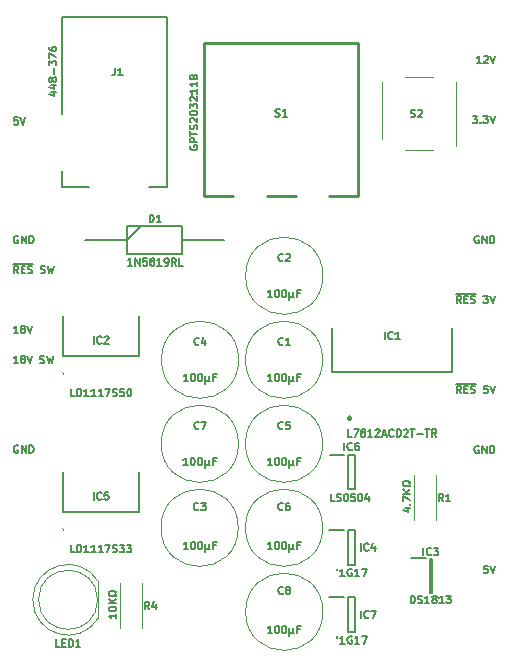
<source format=gto>
%TF.GenerationSoftware,KiCad,Pcbnew,8.0.7*%
%TF.CreationDate,2025-05-21T11:40:48+02:00*%
%TF.ProjectId,Power and Reset,506f7765-7220-4616-9e64-205265736574,V1*%
%TF.SameCoordinates,Original*%
%TF.FileFunction,Legend,Top*%
%TF.FilePolarity,Positive*%
%FSLAX46Y46*%
G04 Gerber Fmt 4.6, Leading zero omitted, Abs format (unit mm)*
G04 Created by KiCad (PCBNEW 8.0.7) date 2025-05-21 11:40:48*
%MOMM*%
%LPD*%
G01*
G04 APERTURE LIST*
%ADD10C,0.150000*%
%ADD11C,0.100000*%
%ADD12C,0.120000*%
%ADD13C,0.200000*%
%ADD14C,0.254000*%
%ADD15C,0.250000*%
G04 APERTURE END LIST*
D10*
X40099839Y-4730963D02*
X40492934Y-4730963D01*
X40492934Y-4730963D02*
X40281267Y-4972867D01*
X40281267Y-4972867D02*
X40371982Y-4972867D01*
X40371982Y-4972867D02*
X40432458Y-5003105D01*
X40432458Y-5003105D02*
X40462696Y-5033344D01*
X40462696Y-5033344D02*
X40492934Y-5093820D01*
X40492934Y-5093820D02*
X40492934Y-5245010D01*
X40492934Y-5245010D02*
X40462696Y-5305486D01*
X40462696Y-5305486D02*
X40432458Y-5335725D01*
X40432458Y-5335725D02*
X40371982Y-5365963D01*
X40371982Y-5365963D02*
X40190553Y-5365963D01*
X40190553Y-5365963D02*
X40130077Y-5335725D01*
X40130077Y-5335725D02*
X40099839Y-5305486D01*
X40765077Y-5305486D02*
X40795315Y-5335725D01*
X40795315Y-5335725D02*
X40765077Y-5365963D01*
X40765077Y-5365963D02*
X40734839Y-5335725D01*
X40734839Y-5335725D02*
X40765077Y-5305486D01*
X40765077Y-5305486D02*
X40765077Y-5365963D01*
X41006982Y-4730963D02*
X41400077Y-4730963D01*
X41400077Y-4730963D02*
X41188410Y-4972867D01*
X41188410Y-4972867D02*
X41279125Y-4972867D01*
X41279125Y-4972867D02*
X41339601Y-5003105D01*
X41339601Y-5003105D02*
X41369839Y-5033344D01*
X41369839Y-5033344D02*
X41400077Y-5093820D01*
X41400077Y-5093820D02*
X41400077Y-5245010D01*
X41400077Y-5245010D02*
X41369839Y-5305486D01*
X41369839Y-5305486D02*
X41339601Y-5335725D01*
X41339601Y-5335725D02*
X41279125Y-5365963D01*
X41279125Y-5365963D02*
X41097696Y-5365963D01*
X41097696Y-5365963D02*
X41037220Y-5335725D01*
X41037220Y-5335725D02*
X41006982Y-5305486D01*
X41581506Y-4730963D02*
X41793172Y-5365963D01*
X41793172Y-5365963D02*
X42004839Y-4730963D01*
X1628731Y-18065963D02*
X1417064Y-17763582D01*
X1265874Y-18065963D02*
X1265874Y-17430963D01*
X1265874Y-17430963D02*
X1507779Y-17430963D01*
X1507779Y-17430963D02*
X1568255Y-17461201D01*
X1568255Y-17461201D02*
X1598493Y-17491439D01*
X1598493Y-17491439D02*
X1628731Y-17551915D01*
X1628731Y-17551915D02*
X1628731Y-17642629D01*
X1628731Y-17642629D02*
X1598493Y-17703105D01*
X1598493Y-17703105D02*
X1568255Y-17733344D01*
X1568255Y-17733344D02*
X1507779Y-17763582D01*
X1507779Y-17763582D02*
X1265874Y-17763582D01*
X1900874Y-17733344D02*
X2112541Y-17733344D01*
X2203255Y-18065963D02*
X1900874Y-18065963D01*
X1900874Y-18065963D02*
X1900874Y-17430963D01*
X1900874Y-17430963D02*
X2203255Y-17430963D01*
X2445160Y-18035725D02*
X2535874Y-18065963D01*
X2535874Y-18065963D02*
X2687065Y-18065963D01*
X2687065Y-18065963D02*
X2747541Y-18035725D01*
X2747541Y-18035725D02*
X2777779Y-18005486D01*
X2777779Y-18005486D02*
X2808017Y-17945010D01*
X2808017Y-17945010D02*
X2808017Y-17884534D01*
X2808017Y-17884534D02*
X2777779Y-17824058D01*
X2777779Y-17824058D02*
X2747541Y-17793820D01*
X2747541Y-17793820D02*
X2687065Y-17763582D01*
X2687065Y-17763582D02*
X2566112Y-17733344D01*
X2566112Y-17733344D02*
X2505636Y-17703105D01*
X2505636Y-17703105D02*
X2475398Y-17672867D01*
X2475398Y-17672867D02*
X2445160Y-17612391D01*
X2445160Y-17612391D02*
X2445160Y-17551915D01*
X2445160Y-17551915D02*
X2475398Y-17491439D01*
X2475398Y-17491439D02*
X2505636Y-17461201D01*
X2505636Y-17461201D02*
X2566112Y-17430963D01*
X2566112Y-17430963D02*
X2717303Y-17430963D01*
X2717303Y-17430963D02*
X2808017Y-17461201D01*
X1178184Y-17254675D02*
X2865470Y-17254675D01*
X3533732Y-18035725D02*
X3624446Y-18065963D01*
X3624446Y-18065963D02*
X3775637Y-18065963D01*
X3775637Y-18065963D02*
X3836113Y-18035725D01*
X3836113Y-18035725D02*
X3866351Y-18005486D01*
X3866351Y-18005486D02*
X3896589Y-17945010D01*
X3896589Y-17945010D02*
X3896589Y-17884534D01*
X3896589Y-17884534D02*
X3866351Y-17824058D01*
X3866351Y-17824058D02*
X3836113Y-17793820D01*
X3836113Y-17793820D02*
X3775637Y-17763582D01*
X3775637Y-17763582D02*
X3654684Y-17733344D01*
X3654684Y-17733344D02*
X3594208Y-17703105D01*
X3594208Y-17703105D02*
X3563970Y-17672867D01*
X3563970Y-17672867D02*
X3533732Y-17612391D01*
X3533732Y-17612391D02*
X3533732Y-17551915D01*
X3533732Y-17551915D02*
X3563970Y-17491439D01*
X3563970Y-17491439D02*
X3594208Y-17461201D01*
X3594208Y-17461201D02*
X3654684Y-17430963D01*
X3654684Y-17430963D02*
X3805875Y-17430963D01*
X3805875Y-17430963D02*
X3896589Y-17461201D01*
X4108256Y-17430963D02*
X4259446Y-18065963D01*
X4259446Y-18065963D02*
X4380399Y-17612391D01*
X4380399Y-17612391D02*
X4501351Y-18065963D01*
X4501351Y-18065963D02*
X4652542Y-17430963D01*
X40613887Y-14921201D02*
X40553411Y-14890963D01*
X40553411Y-14890963D02*
X40462697Y-14890963D01*
X40462697Y-14890963D02*
X40371982Y-14921201D01*
X40371982Y-14921201D02*
X40311506Y-14981677D01*
X40311506Y-14981677D02*
X40281268Y-15042153D01*
X40281268Y-15042153D02*
X40251030Y-15163105D01*
X40251030Y-15163105D02*
X40251030Y-15253820D01*
X40251030Y-15253820D02*
X40281268Y-15374772D01*
X40281268Y-15374772D02*
X40311506Y-15435248D01*
X40311506Y-15435248D02*
X40371982Y-15495725D01*
X40371982Y-15495725D02*
X40462697Y-15525963D01*
X40462697Y-15525963D02*
X40523173Y-15525963D01*
X40523173Y-15525963D02*
X40613887Y-15495725D01*
X40613887Y-15495725D02*
X40644125Y-15465486D01*
X40644125Y-15465486D02*
X40644125Y-15253820D01*
X40644125Y-15253820D02*
X40523173Y-15253820D01*
X40916268Y-15525963D02*
X40916268Y-14890963D01*
X40916268Y-14890963D02*
X41279125Y-15525963D01*
X41279125Y-15525963D02*
X41279125Y-14890963D01*
X41581506Y-15525963D02*
X41581506Y-14890963D01*
X41581506Y-14890963D02*
X41732696Y-14890963D01*
X41732696Y-14890963D02*
X41823411Y-14921201D01*
X41823411Y-14921201D02*
X41883887Y-14981677D01*
X41883887Y-14981677D02*
X41914125Y-15042153D01*
X41914125Y-15042153D02*
X41944363Y-15163105D01*
X41944363Y-15163105D02*
X41944363Y-15253820D01*
X41944363Y-15253820D02*
X41914125Y-15374772D01*
X41914125Y-15374772D02*
X41883887Y-15435248D01*
X41883887Y-15435248D02*
X41823411Y-15495725D01*
X41823411Y-15495725D02*
X41732696Y-15525963D01*
X41732696Y-15525963D02*
X41581506Y-15525963D01*
X1598493Y-25685963D02*
X1235636Y-25685963D01*
X1417064Y-25685963D02*
X1417064Y-25050963D01*
X1417064Y-25050963D02*
X1356588Y-25141677D01*
X1356588Y-25141677D02*
X1296112Y-25202153D01*
X1296112Y-25202153D02*
X1235636Y-25232391D01*
X1961350Y-25323105D02*
X1900874Y-25292867D01*
X1900874Y-25292867D02*
X1870636Y-25262629D01*
X1870636Y-25262629D02*
X1840398Y-25202153D01*
X1840398Y-25202153D02*
X1840398Y-25171915D01*
X1840398Y-25171915D02*
X1870636Y-25111439D01*
X1870636Y-25111439D02*
X1900874Y-25081201D01*
X1900874Y-25081201D02*
X1961350Y-25050963D01*
X1961350Y-25050963D02*
X2082303Y-25050963D01*
X2082303Y-25050963D02*
X2142779Y-25081201D01*
X2142779Y-25081201D02*
X2173017Y-25111439D01*
X2173017Y-25111439D02*
X2203255Y-25171915D01*
X2203255Y-25171915D02*
X2203255Y-25202153D01*
X2203255Y-25202153D02*
X2173017Y-25262629D01*
X2173017Y-25262629D02*
X2142779Y-25292867D01*
X2142779Y-25292867D02*
X2082303Y-25323105D01*
X2082303Y-25323105D02*
X1961350Y-25323105D01*
X1961350Y-25323105D02*
X1900874Y-25353344D01*
X1900874Y-25353344D02*
X1870636Y-25383582D01*
X1870636Y-25383582D02*
X1840398Y-25444058D01*
X1840398Y-25444058D02*
X1840398Y-25565010D01*
X1840398Y-25565010D02*
X1870636Y-25625486D01*
X1870636Y-25625486D02*
X1900874Y-25655725D01*
X1900874Y-25655725D02*
X1961350Y-25685963D01*
X1961350Y-25685963D02*
X2082303Y-25685963D01*
X2082303Y-25685963D02*
X2142779Y-25655725D01*
X2142779Y-25655725D02*
X2173017Y-25625486D01*
X2173017Y-25625486D02*
X2203255Y-25565010D01*
X2203255Y-25565010D02*
X2203255Y-25444058D01*
X2203255Y-25444058D02*
X2173017Y-25383582D01*
X2173017Y-25383582D02*
X2142779Y-25353344D01*
X2142779Y-25353344D02*
X2082303Y-25323105D01*
X2384684Y-25050963D02*
X2596350Y-25685963D01*
X2596350Y-25685963D02*
X2808017Y-25050963D01*
X3473256Y-25655725D02*
X3563970Y-25685963D01*
X3563970Y-25685963D02*
X3715161Y-25685963D01*
X3715161Y-25685963D02*
X3775637Y-25655725D01*
X3775637Y-25655725D02*
X3805875Y-25625486D01*
X3805875Y-25625486D02*
X3836113Y-25565010D01*
X3836113Y-25565010D02*
X3836113Y-25504534D01*
X3836113Y-25504534D02*
X3805875Y-25444058D01*
X3805875Y-25444058D02*
X3775637Y-25413820D01*
X3775637Y-25413820D02*
X3715161Y-25383582D01*
X3715161Y-25383582D02*
X3594208Y-25353344D01*
X3594208Y-25353344D02*
X3533732Y-25323105D01*
X3533732Y-25323105D02*
X3503494Y-25292867D01*
X3503494Y-25292867D02*
X3473256Y-25232391D01*
X3473256Y-25232391D02*
X3473256Y-25171915D01*
X3473256Y-25171915D02*
X3503494Y-25111439D01*
X3503494Y-25111439D02*
X3533732Y-25081201D01*
X3533732Y-25081201D02*
X3594208Y-25050963D01*
X3594208Y-25050963D02*
X3745399Y-25050963D01*
X3745399Y-25050963D02*
X3836113Y-25081201D01*
X4047780Y-25050963D02*
X4198970Y-25685963D01*
X4198970Y-25685963D02*
X4319923Y-25232391D01*
X4319923Y-25232391D02*
X4440875Y-25685963D01*
X4440875Y-25685963D02*
X4592066Y-25050963D01*
X41369839Y-42830963D02*
X41067458Y-42830963D01*
X41067458Y-42830963D02*
X41037220Y-43133344D01*
X41037220Y-43133344D02*
X41067458Y-43103105D01*
X41067458Y-43103105D02*
X41127934Y-43072867D01*
X41127934Y-43072867D02*
X41279125Y-43072867D01*
X41279125Y-43072867D02*
X41339601Y-43103105D01*
X41339601Y-43103105D02*
X41369839Y-43133344D01*
X41369839Y-43133344D02*
X41400077Y-43193820D01*
X41400077Y-43193820D02*
X41400077Y-43345010D01*
X41400077Y-43345010D02*
X41369839Y-43405486D01*
X41369839Y-43405486D02*
X41339601Y-43435725D01*
X41339601Y-43435725D02*
X41279125Y-43465963D01*
X41279125Y-43465963D02*
X41127934Y-43465963D01*
X41127934Y-43465963D02*
X41067458Y-43435725D01*
X41067458Y-43435725D02*
X41037220Y-43405486D01*
X41581506Y-42830963D02*
X41793172Y-43465963D01*
X41793172Y-43465963D02*
X42004839Y-42830963D01*
X40795315Y-285963D02*
X40432458Y-285963D01*
X40613886Y-285963D02*
X40613886Y349036D01*
X40613886Y349036D02*
X40553410Y258322D01*
X40553410Y258322D02*
X40492934Y197846D01*
X40492934Y197846D02*
X40432458Y167608D01*
X41037220Y288560D02*
X41067458Y318798D01*
X41067458Y318798D02*
X41127934Y349036D01*
X41127934Y349036D02*
X41279125Y349036D01*
X41279125Y349036D02*
X41339601Y318798D01*
X41339601Y318798D02*
X41369839Y288560D01*
X41369839Y288560D02*
X41400077Y228084D01*
X41400077Y228084D02*
X41400077Y167608D01*
X41400077Y167608D02*
X41369839Y76894D01*
X41369839Y76894D02*
X41006982Y-285963D01*
X41006982Y-285963D02*
X41400077Y-285963D01*
X41581506Y349036D02*
X41793172Y-285963D01*
X41793172Y-285963D02*
X42004839Y349036D01*
X1598493Y-23145963D02*
X1235636Y-23145963D01*
X1417064Y-23145963D02*
X1417064Y-22510963D01*
X1417064Y-22510963D02*
X1356588Y-22601677D01*
X1356588Y-22601677D02*
X1296112Y-22662153D01*
X1296112Y-22662153D02*
X1235636Y-22692391D01*
X1961350Y-22783105D02*
X1900874Y-22752867D01*
X1900874Y-22752867D02*
X1870636Y-22722629D01*
X1870636Y-22722629D02*
X1840398Y-22662153D01*
X1840398Y-22662153D02*
X1840398Y-22631915D01*
X1840398Y-22631915D02*
X1870636Y-22571439D01*
X1870636Y-22571439D02*
X1900874Y-22541201D01*
X1900874Y-22541201D02*
X1961350Y-22510963D01*
X1961350Y-22510963D02*
X2082303Y-22510963D01*
X2082303Y-22510963D02*
X2142779Y-22541201D01*
X2142779Y-22541201D02*
X2173017Y-22571439D01*
X2173017Y-22571439D02*
X2203255Y-22631915D01*
X2203255Y-22631915D02*
X2203255Y-22662153D01*
X2203255Y-22662153D02*
X2173017Y-22722629D01*
X2173017Y-22722629D02*
X2142779Y-22752867D01*
X2142779Y-22752867D02*
X2082303Y-22783105D01*
X2082303Y-22783105D02*
X1961350Y-22783105D01*
X1961350Y-22783105D02*
X1900874Y-22813344D01*
X1900874Y-22813344D02*
X1870636Y-22843582D01*
X1870636Y-22843582D02*
X1840398Y-22904058D01*
X1840398Y-22904058D02*
X1840398Y-23025010D01*
X1840398Y-23025010D02*
X1870636Y-23085486D01*
X1870636Y-23085486D02*
X1900874Y-23115725D01*
X1900874Y-23115725D02*
X1961350Y-23145963D01*
X1961350Y-23145963D02*
X2082303Y-23145963D01*
X2082303Y-23145963D02*
X2142779Y-23115725D01*
X2142779Y-23115725D02*
X2173017Y-23085486D01*
X2173017Y-23085486D02*
X2203255Y-23025010D01*
X2203255Y-23025010D02*
X2203255Y-22904058D01*
X2203255Y-22904058D02*
X2173017Y-22843582D01*
X2173017Y-22843582D02*
X2142779Y-22813344D01*
X2142779Y-22813344D02*
X2082303Y-22783105D01*
X2384684Y-22510963D02*
X2596350Y-23145963D01*
X2596350Y-23145963D02*
X2808017Y-22510963D01*
X39132219Y-28225963D02*
X38920552Y-27923582D01*
X38769362Y-28225963D02*
X38769362Y-27590963D01*
X38769362Y-27590963D02*
X39011267Y-27590963D01*
X39011267Y-27590963D02*
X39071743Y-27621201D01*
X39071743Y-27621201D02*
X39101981Y-27651439D01*
X39101981Y-27651439D02*
X39132219Y-27711915D01*
X39132219Y-27711915D02*
X39132219Y-27802629D01*
X39132219Y-27802629D02*
X39101981Y-27863105D01*
X39101981Y-27863105D02*
X39071743Y-27893344D01*
X39071743Y-27893344D02*
X39011267Y-27923582D01*
X39011267Y-27923582D02*
X38769362Y-27923582D01*
X39404362Y-27893344D02*
X39616029Y-27893344D01*
X39706743Y-28225963D02*
X39404362Y-28225963D01*
X39404362Y-28225963D02*
X39404362Y-27590963D01*
X39404362Y-27590963D02*
X39706743Y-27590963D01*
X39948648Y-28195725D02*
X40039362Y-28225963D01*
X40039362Y-28225963D02*
X40190553Y-28225963D01*
X40190553Y-28225963D02*
X40251029Y-28195725D01*
X40251029Y-28195725D02*
X40281267Y-28165486D01*
X40281267Y-28165486D02*
X40311505Y-28105010D01*
X40311505Y-28105010D02*
X40311505Y-28044534D01*
X40311505Y-28044534D02*
X40281267Y-27984058D01*
X40281267Y-27984058D02*
X40251029Y-27953820D01*
X40251029Y-27953820D02*
X40190553Y-27923582D01*
X40190553Y-27923582D02*
X40069600Y-27893344D01*
X40069600Y-27893344D02*
X40009124Y-27863105D01*
X40009124Y-27863105D02*
X39978886Y-27832867D01*
X39978886Y-27832867D02*
X39948648Y-27772391D01*
X39948648Y-27772391D02*
X39948648Y-27711915D01*
X39948648Y-27711915D02*
X39978886Y-27651439D01*
X39978886Y-27651439D02*
X40009124Y-27621201D01*
X40009124Y-27621201D02*
X40069600Y-27590963D01*
X40069600Y-27590963D02*
X40220791Y-27590963D01*
X40220791Y-27590963D02*
X40311505Y-27621201D01*
X38681672Y-27414675D02*
X40368958Y-27414675D01*
X41369839Y-27590963D02*
X41067458Y-27590963D01*
X41067458Y-27590963D02*
X41037220Y-27893344D01*
X41037220Y-27893344D02*
X41067458Y-27863105D01*
X41067458Y-27863105D02*
X41127934Y-27832867D01*
X41127934Y-27832867D02*
X41279125Y-27832867D01*
X41279125Y-27832867D02*
X41339601Y-27863105D01*
X41339601Y-27863105D02*
X41369839Y-27893344D01*
X41369839Y-27893344D02*
X41400077Y-27953820D01*
X41400077Y-27953820D02*
X41400077Y-28105010D01*
X41400077Y-28105010D02*
X41369839Y-28165486D01*
X41369839Y-28165486D02*
X41339601Y-28195725D01*
X41339601Y-28195725D02*
X41279125Y-28225963D01*
X41279125Y-28225963D02*
X41127934Y-28225963D01*
X41127934Y-28225963D02*
X41067458Y-28195725D01*
X41067458Y-28195725D02*
X41037220Y-28165486D01*
X41581506Y-27590963D02*
X41793172Y-28225963D01*
X41793172Y-28225963D02*
X42004839Y-27590963D01*
X40613887Y-32701201D02*
X40553411Y-32670963D01*
X40553411Y-32670963D02*
X40462697Y-32670963D01*
X40462697Y-32670963D02*
X40371982Y-32701201D01*
X40371982Y-32701201D02*
X40311506Y-32761677D01*
X40311506Y-32761677D02*
X40281268Y-32822153D01*
X40281268Y-32822153D02*
X40251030Y-32943105D01*
X40251030Y-32943105D02*
X40251030Y-33033820D01*
X40251030Y-33033820D02*
X40281268Y-33154772D01*
X40281268Y-33154772D02*
X40311506Y-33215248D01*
X40311506Y-33215248D02*
X40371982Y-33275725D01*
X40371982Y-33275725D02*
X40462697Y-33305963D01*
X40462697Y-33305963D02*
X40523173Y-33305963D01*
X40523173Y-33305963D02*
X40613887Y-33275725D01*
X40613887Y-33275725D02*
X40644125Y-33245486D01*
X40644125Y-33245486D02*
X40644125Y-33033820D01*
X40644125Y-33033820D02*
X40523173Y-33033820D01*
X40916268Y-33305963D02*
X40916268Y-32670963D01*
X40916268Y-32670963D02*
X41279125Y-33305963D01*
X41279125Y-33305963D02*
X41279125Y-32670963D01*
X41581506Y-33305963D02*
X41581506Y-32670963D01*
X41581506Y-32670963D02*
X41732696Y-32670963D01*
X41732696Y-32670963D02*
X41823411Y-32701201D01*
X41823411Y-32701201D02*
X41883887Y-32761677D01*
X41883887Y-32761677D02*
X41914125Y-32822153D01*
X41914125Y-32822153D02*
X41944363Y-32943105D01*
X41944363Y-32943105D02*
X41944363Y-33033820D01*
X41944363Y-33033820D02*
X41914125Y-33154772D01*
X41914125Y-33154772D02*
X41883887Y-33215248D01*
X41883887Y-33215248D02*
X41823411Y-33275725D01*
X41823411Y-33275725D02*
X41732696Y-33305963D01*
X41732696Y-33305963D02*
X41581506Y-33305963D01*
X1568255Y-4857963D02*
X1265874Y-4857963D01*
X1265874Y-4857963D02*
X1235636Y-5160344D01*
X1235636Y-5160344D02*
X1265874Y-5130105D01*
X1265874Y-5130105D02*
X1326350Y-5099867D01*
X1326350Y-5099867D02*
X1477541Y-5099867D01*
X1477541Y-5099867D02*
X1538017Y-5130105D01*
X1538017Y-5130105D02*
X1568255Y-5160344D01*
X1568255Y-5160344D02*
X1598493Y-5220820D01*
X1598493Y-5220820D02*
X1598493Y-5372010D01*
X1598493Y-5372010D02*
X1568255Y-5432486D01*
X1568255Y-5432486D02*
X1538017Y-5462725D01*
X1538017Y-5462725D02*
X1477541Y-5492963D01*
X1477541Y-5492963D02*
X1326350Y-5492963D01*
X1326350Y-5492963D02*
X1265874Y-5462725D01*
X1265874Y-5462725D02*
X1235636Y-5432486D01*
X1779922Y-4857963D02*
X1991588Y-5492963D01*
X1991588Y-5492963D02*
X2203255Y-4857963D01*
X1598493Y-14921201D02*
X1538017Y-14890963D01*
X1538017Y-14890963D02*
X1447303Y-14890963D01*
X1447303Y-14890963D02*
X1356588Y-14921201D01*
X1356588Y-14921201D02*
X1296112Y-14981677D01*
X1296112Y-14981677D02*
X1265874Y-15042153D01*
X1265874Y-15042153D02*
X1235636Y-15163105D01*
X1235636Y-15163105D02*
X1235636Y-15253820D01*
X1235636Y-15253820D02*
X1265874Y-15374772D01*
X1265874Y-15374772D02*
X1296112Y-15435248D01*
X1296112Y-15435248D02*
X1356588Y-15495725D01*
X1356588Y-15495725D02*
X1447303Y-15525963D01*
X1447303Y-15525963D02*
X1507779Y-15525963D01*
X1507779Y-15525963D02*
X1598493Y-15495725D01*
X1598493Y-15495725D02*
X1628731Y-15465486D01*
X1628731Y-15465486D02*
X1628731Y-15253820D01*
X1628731Y-15253820D02*
X1507779Y-15253820D01*
X1900874Y-15525963D02*
X1900874Y-14890963D01*
X1900874Y-14890963D02*
X2263731Y-15525963D01*
X2263731Y-15525963D02*
X2263731Y-14890963D01*
X2566112Y-15525963D02*
X2566112Y-14890963D01*
X2566112Y-14890963D02*
X2717302Y-14890963D01*
X2717302Y-14890963D02*
X2808017Y-14921201D01*
X2808017Y-14921201D02*
X2868493Y-14981677D01*
X2868493Y-14981677D02*
X2898731Y-15042153D01*
X2898731Y-15042153D02*
X2928969Y-15163105D01*
X2928969Y-15163105D02*
X2928969Y-15253820D01*
X2928969Y-15253820D02*
X2898731Y-15374772D01*
X2898731Y-15374772D02*
X2868493Y-15435248D01*
X2868493Y-15435248D02*
X2808017Y-15495725D01*
X2808017Y-15495725D02*
X2717302Y-15525963D01*
X2717302Y-15525963D02*
X2566112Y-15525963D01*
X1598493Y-32675801D02*
X1538017Y-32645563D01*
X1538017Y-32645563D02*
X1447303Y-32645563D01*
X1447303Y-32645563D02*
X1356588Y-32675801D01*
X1356588Y-32675801D02*
X1296112Y-32736277D01*
X1296112Y-32736277D02*
X1265874Y-32796753D01*
X1265874Y-32796753D02*
X1235636Y-32917705D01*
X1235636Y-32917705D02*
X1235636Y-33008420D01*
X1235636Y-33008420D02*
X1265874Y-33129372D01*
X1265874Y-33129372D02*
X1296112Y-33189848D01*
X1296112Y-33189848D02*
X1356588Y-33250325D01*
X1356588Y-33250325D02*
X1447303Y-33280563D01*
X1447303Y-33280563D02*
X1507779Y-33280563D01*
X1507779Y-33280563D02*
X1598493Y-33250325D01*
X1598493Y-33250325D02*
X1628731Y-33220086D01*
X1628731Y-33220086D02*
X1628731Y-33008420D01*
X1628731Y-33008420D02*
X1507779Y-33008420D01*
X1900874Y-33280563D02*
X1900874Y-32645563D01*
X1900874Y-32645563D02*
X2263731Y-33280563D01*
X2263731Y-33280563D02*
X2263731Y-32645563D01*
X2566112Y-33280563D02*
X2566112Y-32645563D01*
X2566112Y-32645563D02*
X2717302Y-32645563D01*
X2717302Y-32645563D02*
X2808017Y-32675801D01*
X2808017Y-32675801D02*
X2868493Y-32736277D01*
X2868493Y-32736277D02*
X2898731Y-32796753D01*
X2898731Y-32796753D02*
X2928969Y-32917705D01*
X2928969Y-32917705D02*
X2928969Y-33008420D01*
X2928969Y-33008420D02*
X2898731Y-33129372D01*
X2898731Y-33129372D02*
X2868493Y-33189848D01*
X2868493Y-33189848D02*
X2808017Y-33250325D01*
X2808017Y-33250325D02*
X2717302Y-33280563D01*
X2717302Y-33280563D02*
X2566112Y-33280563D01*
X39132219Y-20605963D02*
X38920552Y-20303582D01*
X38769362Y-20605963D02*
X38769362Y-19970963D01*
X38769362Y-19970963D02*
X39011267Y-19970963D01*
X39011267Y-19970963D02*
X39071743Y-20001201D01*
X39071743Y-20001201D02*
X39101981Y-20031439D01*
X39101981Y-20031439D02*
X39132219Y-20091915D01*
X39132219Y-20091915D02*
X39132219Y-20182629D01*
X39132219Y-20182629D02*
X39101981Y-20243105D01*
X39101981Y-20243105D02*
X39071743Y-20273344D01*
X39071743Y-20273344D02*
X39011267Y-20303582D01*
X39011267Y-20303582D02*
X38769362Y-20303582D01*
X39404362Y-20273344D02*
X39616029Y-20273344D01*
X39706743Y-20605963D02*
X39404362Y-20605963D01*
X39404362Y-20605963D02*
X39404362Y-19970963D01*
X39404362Y-19970963D02*
X39706743Y-19970963D01*
X39948648Y-20575725D02*
X40039362Y-20605963D01*
X40039362Y-20605963D02*
X40190553Y-20605963D01*
X40190553Y-20605963D02*
X40251029Y-20575725D01*
X40251029Y-20575725D02*
X40281267Y-20545486D01*
X40281267Y-20545486D02*
X40311505Y-20485010D01*
X40311505Y-20485010D02*
X40311505Y-20424534D01*
X40311505Y-20424534D02*
X40281267Y-20364058D01*
X40281267Y-20364058D02*
X40251029Y-20333820D01*
X40251029Y-20333820D02*
X40190553Y-20303582D01*
X40190553Y-20303582D02*
X40069600Y-20273344D01*
X40069600Y-20273344D02*
X40009124Y-20243105D01*
X40009124Y-20243105D02*
X39978886Y-20212867D01*
X39978886Y-20212867D02*
X39948648Y-20152391D01*
X39948648Y-20152391D02*
X39948648Y-20091915D01*
X39948648Y-20091915D02*
X39978886Y-20031439D01*
X39978886Y-20031439D02*
X40009124Y-20001201D01*
X40009124Y-20001201D02*
X40069600Y-19970963D01*
X40069600Y-19970963D02*
X40220791Y-19970963D01*
X40220791Y-19970963D02*
X40311505Y-20001201D01*
X38681672Y-19794675D02*
X40368958Y-19794675D01*
X41006982Y-19970963D02*
X41400077Y-19970963D01*
X41400077Y-19970963D02*
X41188410Y-20212867D01*
X41188410Y-20212867D02*
X41279125Y-20212867D01*
X41279125Y-20212867D02*
X41339601Y-20243105D01*
X41339601Y-20243105D02*
X41369839Y-20273344D01*
X41369839Y-20273344D02*
X41400077Y-20333820D01*
X41400077Y-20333820D02*
X41400077Y-20485010D01*
X41400077Y-20485010D02*
X41369839Y-20545486D01*
X41369839Y-20545486D02*
X41339601Y-20575725D01*
X41339601Y-20575725D02*
X41279125Y-20605963D01*
X41279125Y-20605963D02*
X41097696Y-20605963D01*
X41097696Y-20605963D02*
X41037220Y-20575725D01*
X41037220Y-20575725D02*
X41006982Y-20545486D01*
X41581506Y-19970963D02*
X41793172Y-20605963D01*
X41793172Y-20605963D02*
X42004839Y-19970963D01*
X34858190Y-4827725D02*
X34948904Y-4857963D01*
X34948904Y-4857963D02*
X35100095Y-4857963D01*
X35100095Y-4857963D02*
X35160571Y-4827725D01*
X35160571Y-4827725D02*
X35190809Y-4797486D01*
X35190809Y-4797486D02*
X35221047Y-4737010D01*
X35221047Y-4737010D02*
X35221047Y-4676534D01*
X35221047Y-4676534D02*
X35190809Y-4616058D01*
X35190809Y-4616058D02*
X35160571Y-4585820D01*
X35160571Y-4585820D02*
X35100095Y-4555582D01*
X35100095Y-4555582D02*
X34979142Y-4525344D01*
X34979142Y-4525344D02*
X34918666Y-4495105D01*
X34918666Y-4495105D02*
X34888428Y-4464867D01*
X34888428Y-4464867D02*
X34858190Y-4404391D01*
X34858190Y-4404391D02*
X34858190Y-4343915D01*
X34858190Y-4343915D02*
X34888428Y-4283439D01*
X34888428Y-4283439D02*
X34918666Y-4253201D01*
X34918666Y-4253201D02*
X34979142Y-4222963D01*
X34979142Y-4222963D02*
X35130333Y-4222963D01*
X35130333Y-4222963D02*
X35221047Y-4253201D01*
X35462952Y-4283439D02*
X35493190Y-4253201D01*
X35493190Y-4253201D02*
X35553666Y-4222963D01*
X35553666Y-4222963D02*
X35704857Y-4222963D01*
X35704857Y-4222963D02*
X35765333Y-4253201D01*
X35765333Y-4253201D02*
X35795571Y-4283439D01*
X35795571Y-4283439D02*
X35825809Y-4343915D01*
X35825809Y-4343915D02*
X35825809Y-4404391D01*
X35825809Y-4404391D02*
X35795571Y-4495105D01*
X35795571Y-4495105D02*
X35432714Y-4857963D01*
X35432714Y-4857963D02*
X35825809Y-4857963D01*
X5131404Y-49688963D02*
X4829023Y-49688963D01*
X4829023Y-49688963D02*
X4829023Y-49053963D01*
X5343071Y-49356344D02*
X5554738Y-49356344D01*
X5645452Y-49688963D02*
X5343071Y-49688963D01*
X5343071Y-49688963D02*
X5343071Y-49053963D01*
X5343071Y-49053963D02*
X5645452Y-49053963D01*
X5917595Y-49688963D02*
X5917595Y-49053963D01*
X5917595Y-49053963D02*
X6068785Y-49053963D01*
X6068785Y-49053963D02*
X6159500Y-49084201D01*
X6159500Y-49084201D02*
X6219976Y-49144677D01*
X6219976Y-49144677D02*
X6250214Y-49205153D01*
X6250214Y-49205153D02*
X6280452Y-49326105D01*
X6280452Y-49326105D02*
X6280452Y-49416820D01*
X6280452Y-49416820D02*
X6250214Y-49537772D01*
X6250214Y-49537772D02*
X6219976Y-49598248D01*
X6219976Y-49598248D02*
X6159500Y-49658725D01*
X6159500Y-49658725D02*
X6068785Y-49688963D01*
X6068785Y-49688963D02*
X5917595Y-49688963D01*
X6885214Y-49688963D02*
X6522357Y-49688963D01*
X6703785Y-49688963D02*
X6703785Y-49053963D01*
X6703785Y-49053963D02*
X6643309Y-49144677D01*
X6643309Y-49144677D02*
X6582833Y-49205153D01*
X6582833Y-49205153D02*
X6522357Y-49235391D01*
X24036166Y-45183486D02*
X24005928Y-45213725D01*
X24005928Y-45213725D02*
X23915214Y-45243963D01*
X23915214Y-45243963D02*
X23854738Y-45243963D01*
X23854738Y-45243963D02*
X23764023Y-45213725D01*
X23764023Y-45213725D02*
X23703547Y-45153248D01*
X23703547Y-45153248D02*
X23673309Y-45092772D01*
X23673309Y-45092772D02*
X23643071Y-44971820D01*
X23643071Y-44971820D02*
X23643071Y-44881105D01*
X23643071Y-44881105D02*
X23673309Y-44760153D01*
X23673309Y-44760153D02*
X23703547Y-44699677D01*
X23703547Y-44699677D02*
X23764023Y-44639201D01*
X23764023Y-44639201D02*
X23854738Y-44608963D01*
X23854738Y-44608963D02*
X23915214Y-44608963D01*
X23915214Y-44608963D02*
X24005928Y-44639201D01*
X24005928Y-44639201D02*
X24036166Y-44669439D01*
X24399023Y-44881105D02*
X24338547Y-44850867D01*
X24338547Y-44850867D02*
X24308309Y-44820629D01*
X24308309Y-44820629D02*
X24278071Y-44760153D01*
X24278071Y-44760153D02*
X24278071Y-44729915D01*
X24278071Y-44729915D02*
X24308309Y-44669439D01*
X24308309Y-44669439D02*
X24338547Y-44639201D01*
X24338547Y-44639201D02*
X24399023Y-44608963D01*
X24399023Y-44608963D02*
X24519976Y-44608963D01*
X24519976Y-44608963D02*
X24580452Y-44639201D01*
X24580452Y-44639201D02*
X24610690Y-44669439D01*
X24610690Y-44669439D02*
X24640928Y-44729915D01*
X24640928Y-44729915D02*
X24640928Y-44760153D01*
X24640928Y-44760153D02*
X24610690Y-44820629D01*
X24610690Y-44820629D02*
X24580452Y-44850867D01*
X24580452Y-44850867D02*
X24519976Y-44881105D01*
X24519976Y-44881105D02*
X24399023Y-44881105D01*
X24399023Y-44881105D02*
X24338547Y-44911344D01*
X24338547Y-44911344D02*
X24308309Y-44941582D01*
X24308309Y-44941582D02*
X24278071Y-45002058D01*
X24278071Y-45002058D02*
X24278071Y-45123010D01*
X24278071Y-45123010D02*
X24308309Y-45183486D01*
X24308309Y-45183486D02*
X24338547Y-45213725D01*
X24338547Y-45213725D02*
X24399023Y-45243963D01*
X24399023Y-45243963D02*
X24519976Y-45243963D01*
X24519976Y-45243963D02*
X24580452Y-45213725D01*
X24580452Y-45213725D02*
X24610690Y-45183486D01*
X24610690Y-45183486D02*
X24640928Y-45123010D01*
X24640928Y-45123010D02*
X24640928Y-45002058D01*
X24640928Y-45002058D02*
X24610690Y-44941582D01*
X24610690Y-44941582D02*
X24580452Y-44911344D01*
X24580452Y-44911344D02*
X24519976Y-44881105D01*
X23101904Y-48545963D02*
X22739047Y-48545963D01*
X22920475Y-48545963D02*
X22920475Y-47910963D01*
X22920475Y-47910963D02*
X22859999Y-48001677D01*
X22859999Y-48001677D02*
X22799523Y-48062153D01*
X22799523Y-48062153D02*
X22739047Y-48092391D01*
X23494999Y-47910963D02*
X23555476Y-47910963D01*
X23555476Y-47910963D02*
X23615952Y-47941201D01*
X23615952Y-47941201D02*
X23646190Y-47971439D01*
X23646190Y-47971439D02*
X23676428Y-48031915D01*
X23676428Y-48031915D02*
X23706666Y-48152867D01*
X23706666Y-48152867D02*
X23706666Y-48304058D01*
X23706666Y-48304058D02*
X23676428Y-48425010D01*
X23676428Y-48425010D02*
X23646190Y-48485486D01*
X23646190Y-48485486D02*
X23615952Y-48515725D01*
X23615952Y-48515725D02*
X23555476Y-48545963D01*
X23555476Y-48545963D02*
X23494999Y-48545963D01*
X23494999Y-48545963D02*
X23434523Y-48515725D01*
X23434523Y-48515725D02*
X23404285Y-48485486D01*
X23404285Y-48485486D02*
X23374047Y-48425010D01*
X23374047Y-48425010D02*
X23343809Y-48304058D01*
X23343809Y-48304058D02*
X23343809Y-48152867D01*
X23343809Y-48152867D02*
X23374047Y-48031915D01*
X23374047Y-48031915D02*
X23404285Y-47971439D01*
X23404285Y-47971439D02*
X23434523Y-47941201D01*
X23434523Y-47941201D02*
X23494999Y-47910963D01*
X24099761Y-47910963D02*
X24160238Y-47910963D01*
X24160238Y-47910963D02*
X24220714Y-47941201D01*
X24220714Y-47941201D02*
X24250952Y-47971439D01*
X24250952Y-47971439D02*
X24281190Y-48031915D01*
X24281190Y-48031915D02*
X24311428Y-48152867D01*
X24311428Y-48152867D02*
X24311428Y-48304058D01*
X24311428Y-48304058D02*
X24281190Y-48425010D01*
X24281190Y-48425010D02*
X24250952Y-48485486D01*
X24250952Y-48485486D02*
X24220714Y-48515725D01*
X24220714Y-48515725D02*
X24160238Y-48545963D01*
X24160238Y-48545963D02*
X24099761Y-48545963D01*
X24099761Y-48545963D02*
X24039285Y-48515725D01*
X24039285Y-48515725D02*
X24009047Y-48485486D01*
X24009047Y-48485486D02*
X23978809Y-48425010D01*
X23978809Y-48425010D02*
X23948571Y-48304058D01*
X23948571Y-48304058D02*
X23948571Y-48152867D01*
X23948571Y-48152867D02*
X23978809Y-48031915D01*
X23978809Y-48031915D02*
X24009047Y-47971439D01*
X24009047Y-47971439D02*
X24039285Y-47941201D01*
X24039285Y-47941201D02*
X24099761Y-47910963D01*
X24583571Y-48122629D02*
X24583571Y-48757629D01*
X24885952Y-48455248D02*
X24916190Y-48515725D01*
X24916190Y-48515725D02*
X24976666Y-48545963D01*
X24583571Y-48455248D02*
X24613809Y-48515725D01*
X24613809Y-48515725D02*
X24674285Y-48545963D01*
X24674285Y-48545963D02*
X24795238Y-48545963D01*
X24795238Y-48545963D02*
X24855714Y-48515725D01*
X24855714Y-48515725D02*
X24885952Y-48455248D01*
X24885952Y-48455248D02*
X24885952Y-48122629D01*
X25460476Y-48213344D02*
X25248809Y-48213344D01*
X25248809Y-48545963D02*
X25248809Y-47910963D01*
X25248809Y-47910963D02*
X25551190Y-47910963D01*
X12721166Y-46513963D02*
X12509499Y-46211582D01*
X12358309Y-46513963D02*
X12358309Y-45878963D01*
X12358309Y-45878963D02*
X12600214Y-45878963D01*
X12600214Y-45878963D02*
X12660690Y-45909201D01*
X12660690Y-45909201D02*
X12690928Y-45939439D01*
X12690928Y-45939439D02*
X12721166Y-45999915D01*
X12721166Y-45999915D02*
X12721166Y-46090629D01*
X12721166Y-46090629D02*
X12690928Y-46151105D01*
X12690928Y-46151105D02*
X12660690Y-46181344D01*
X12660690Y-46181344D02*
X12600214Y-46211582D01*
X12600214Y-46211582D02*
X12358309Y-46211582D01*
X13265452Y-46090629D02*
X13265452Y-46513963D01*
X13114261Y-45848725D02*
X12963071Y-46302296D01*
X12963071Y-46302296D02*
X13356166Y-46302296D01*
X9937963Y-46902309D02*
X9937963Y-47265166D01*
X9937963Y-47083738D02*
X9302963Y-47083738D01*
X9302963Y-47083738D02*
X9393677Y-47144214D01*
X9393677Y-47144214D02*
X9454153Y-47204690D01*
X9454153Y-47204690D02*
X9484391Y-47265166D01*
X9302963Y-46509214D02*
X9302963Y-46448737D01*
X9302963Y-46448737D02*
X9333201Y-46388261D01*
X9333201Y-46388261D02*
X9363439Y-46358023D01*
X9363439Y-46358023D02*
X9423915Y-46327785D01*
X9423915Y-46327785D02*
X9544867Y-46297547D01*
X9544867Y-46297547D02*
X9696058Y-46297547D01*
X9696058Y-46297547D02*
X9817010Y-46327785D01*
X9817010Y-46327785D02*
X9877486Y-46358023D01*
X9877486Y-46358023D02*
X9907725Y-46388261D01*
X9907725Y-46388261D02*
X9937963Y-46448737D01*
X9937963Y-46448737D02*
X9937963Y-46509214D01*
X9937963Y-46509214D02*
X9907725Y-46569690D01*
X9907725Y-46569690D02*
X9877486Y-46599928D01*
X9877486Y-46599928D02*
X9817010Y-46630166D01*
X9817010Y-46630166D02*
X9696058Y-46660404D01*
X9696058Y-46660404D02*
X9544867Y-46660404D01*
X9544867Y-46660404D02*
X9423915Y-46630166D01*
X9423915Y-46630166D02*
X9363439Y-46599928D01*
X9363439Y-46599928D02*
X9333201Y-46569690D01*
X9333201Y-46569690D02*
X9302963Y-46509214D01*
X9937963Y-46025404D02*
X9302963Y-46025404D01*
X9937963Y-45662547D02*
X9575105Y-45934690D01*
X9302963Y-45662547D02*
X9665820Y-46025404D01*
X9937963Y-45420642D02*
X9937963Y-45269452D01*
X9937963Y-45269452D02*
X9817010Y-45269452D01*
X9817010Y-45269452D02*
X9786772Y-45329928D01*
X9786772Y-45329928D02*
X9726296Y-45390404D01*
X9726296Y-45390404D02*
X9635582Y-45420642D01*
X9635582Y-45420642D02*
X9484391Y-45420642D01*
X9484391Y-45420642D02*
X9393677Y-45390404D01*
X9393677Y-45390404D02*
X9333201Y-45329928D01*
X9333201Y-45329928D02*
X9302963Y-45239214D01*
X9302963Y-45239214D02*
X9302963Y-45118261D01*
X9302963Y-45118261D02*
X9333201Y-45027547D01*
X9333201Y-45027547D02*
X9393677Y-44967071D01*
X9393677Y-44967071D02*
X9484391Y-44936833D01*
X9484391Y-44936833D02*
X9635582Y-44936833D01*
X9635582Y-44936833D02*
X9726296Y-44967071D01*
X9726296Y-44967071D02*
X9786772Y-45027547D01*
X9786772Y-45027547D02*
X9817010Y-45088023D01*
X9817010Y-45088023D02*
X9937963Y-45088023D01*
X9937963Y-45088023D02*
X9937963Y-44936833D01*
X9821333Y-666963D02*
X9821333Y-1120534D01*
X9821333Y-1120534D02*
X9791094Y-1211248D01*
X9791094Y-1211248D02*
X9730618Y-1271725D01*
X9730618Y-1271725D02*
X9639904Y-1301963D01*
X9639904Y-1301963D02*
X9579428Y-1301963D01*
X10456333Y-1301963D02*
X10093476Y-1301963D01*
X10274904Y-1301963D02*
X10274904Y-666963D01*
X10274904Y-666963D02*
X10214428Y-757677D01*
X10214428Y-757677D02*
X10153952Y-818153D01*
X10153952Y-818153D02*
X10093476Y-848391D01*
X4434629Y-2749248D02*
X4857963Y-2749248D01*
X4192725Y-2900439D02*
X4646296Y-3051629D01*
X4646296Y-3051629D02*
X4646296Y-2658534D01*
X4434629Y-2144486D02*
X4857963Y-2144486D01*
X4192725Y-2295677D02*
X4646296Y-2446867D01*
X4646296Y-2446867D02*
X4646296Y-2053772D01*
X4495105Y-1721153D02*
X4464867Y-1781629D01*
X4464867Y-1781629D02*
X4434629Y-1811867D01*
X4434629Y-1811867D02*
X4374153Y-1842105D01*
X4374153Y-1842105D02*
X4343915Y-1842105D01*
X4343915Y-1842105D02*
X4283439Y-1811867D01*
X4283439Y-1811867D02*
X4253201Y-1781629D01*
X4253201Y-1781629D02*
X4222963Y-1721153D01*
X4222963Y-1721153D02*
X4222963Y-1600200D01*
X4222963Y-1600200D02*
X4253201Y-1539724D01*
X4253201Y-1539724D02*
X4283439Y-1509486D01*
X4283439Y-1509486D02*
X4343915Y-1479248D01*
X4343915Y-1479248D02*
X4374153Y-1479248D01*
X4374153Y-1479248D02*
X4434629Y-1509486D01*
X4434629Y-1509486D02*
X4464867Y-1539724D01*
X4464867Y-1539724D02*
X4495105Y-1600200D01*
X4495105Y-1600200D02*
X4495105Y-1721153D01*
X4495105Y-1721153D02*
X4525344Y-1781629D01*
X4525344Y-1781629D02*
X4555582Y-1811867D01*
X4555582Y-1811867D02*
X4616058Y-1842105D01*
X4616058Y-1842105D02*
X4737010Y-1842105D01*
X4737010Y-1842105D02*
X4797486Y-1811867D01*
X4797486Y-1811867D02*
X4827725Y-1781629D01*
X4827725Y-1781629D02*
X4857963Y-1721153D01*
X4857963Y-1721153D02*
X4857963Y-1600200D01*
X4857963Y-1600200D02*
X4827725Y-1539724D01*
X4827725Y-1539724D02*
X4797486Y-1509486D01*
X4797486Y-1509486D02*
X4737010Y-1479248D01*
X4737010Y-1479248D02*
X4616058Y-1479248D01*
X4616058Y-1479248D02*
X4555582Y-1509486D01*
X4555582Y-1509486D02*
X4525344Y-1539724D01*
X4525344Y-1539724D02*
X4495105Y-1600200D01*
X4616058Y-1207105D02*
X4616058Y-723296D01*
X4222963Y-481391D02*
X4222963Y-88296D01*
X4222963Y-88296D02*
X4464867Y-299963D01*
X4464867Y-299963D02*
X4464867Y-209248D01*
X4464867Y-209248D02*
X4495105Y-148772D01*
X4495105Y-148772D02*
X4525344Y-118534D01*
X4525344Y-118534D02*
X4585820Y-88296D01*
X4585820Y-88296D02*
X4737010Y-88296D01*
X4737010Y-88296D02*
X4797486Y-118534D01*
X4797486Y-118534D02*
X4827725Y-148772D01*
X4827725Y-148772D02*
X4857963Y-209248D01*
X4857963Y-209248D02*
X4857963Y-390677D01*
X4857963Y-390677D02*
X4827725Y-451153D01*
X4827725Y-451153D02*
X4797486Y-481391D01*
X4222963Y123370D02*
X4222963Y546703D01*
X4222963Y546703D02*
X4857963Y274560D01*
X4222963Y1060751D02*
X4222963Y939798D01*
X4222963Y939798D02*
X4253201Y879322D01*
X4253201Y879322D02*
X4283439Y849084D01*
X4283439Y849084D02*
X4374153Y788608D01*
X4374153Y788608D02*
X4495105Y758370D01*
X4495105Y758370D02*
X4737010Y758370D01*
X4737010Y758370D02*
X4797486Y788608D01*
X4797486Y788608D02*
X4827725Y818846D01*
X4827725Y818846D02*
X4857963Y879322D01*
X4857963Y879322D02*
X4857963Y1000275D01*
X4857963Y1000275D02*
X4827725Y1060751D01*
X4827725Y1060751D02*
X4797486Y1090989D01*
X4797486Y1090989D02*
X4737010Y1121227D01*
X4737010Y1121227D02*
X4585820Y1121227D01*
X4585820Y1121227D02*
X4525344Y1090989D01*
X4525344Y1090989D02*
X4495105Y1060751D01*
X4495105Y1060751D02*
X4464867Y1000275D01*
X4464867Y1000275D02*
X4464867Y879322D01*
X4464867Y879322D02*
X4495105Y818846D01*
X4495105Y818846D02*
X4525344Y788608D01*
X4525344Y788608D02*
X4585820Y758370D01*
X30622119Y-41560963D02*
X30622119Y-40925963D01*
X31287357Y-41500486D02*
X31257119Y-41530725D01*
X31257119Y-41530725D02*
X31166405Y-41560963D01*
X31166405Y-41560963D02*
X31105929Y-41560963D01*
X31105929Y-41560963D02*
X31015214Y-41530725D01*
X31015214Y-41530725D02*
X30954738Y-41470248D01*
X30954738Y-41470248D02*
X30924500Y-41409772D01*
X30924500Y-41409772D02*
X30894262Y-41288820D01*
X30894262Y-41288820D02*
X30894262Y-41198105D01*
X30894262Y-41198105D02*
X30924500Y-41077153D01*
X30924500Y-41077153D02*
X30954738Y-41016677D01*
X30954738Y-41016677D02*
X31015214Y-40956201D01*
X31015214Y-40956201D02*
X31105929Y-40925963D01*
X31105929Y-40925963D02*
X31166405Y-40925963D01*
X31166405Y-40925963D02*
X31257119Y-40956201D01*
X31257119Y-40956201D02*
X31287357Y-40986439D01*
X31831643Y-41137629D02*
X31831643Y-41560963D01*
X31680452Y-40895725D02*
X31529262Y-41349296D01*
X31529262Y-41349296D02*
X31922357Y-41349296D01*
X28650595Y-43084963D02*
X28590119Y-43205915D01*
X29255357Y-43719963D02*
X28892500Y-43719963D01*
X29073928Y-43719963D02*
X29073928Y-43084963D01*
X29073928Y-43084963D02*
X29013452Y-43175677D01*
X29013452Y-43175677D02*
X28952976Y-43236153D01*
X28952976Y-43236153D02*
X28892500Y-43266391D01*
X29860119Y-43115201D02*
X29799643Y-43084963D01*
X29799643Y-43084963D02*
X29708929Y-43084963D01*
X29708929Y-43084963D02*
X29618214Y-43115201D01*
X29618214Y-43115201D02*
X29557738Y-43175677D01*
X29557738Y-43175677D02*
X29527500Y-43236153D01*
X29527500Y-43236153D02*
X29497262Y-43357105D01*
X29497262Y-43357105D02*
X29497262Y-43447820D01*
X29497262Y-43447820D02*
X29527500Y-43568772D01*
X29527500Y-43568772D02*
X29557738Y-43629248D01*
X29557738Y-43629248D02*
X29618214Y-43689725D01*
X29618214Y-43689725D02*
X29708929Y-43719963D01*
X29708929Y-43719963D02*
X29769405Y-43719963D01*
X29769405Y-43719963D02*
X29860119Y-43689725D01*
X29860119Y-43689725D02*
X29890357Y-43659486D01*
X29890357Y-43659486D02*
X29890357Y-43447820D01*
X29890357Y-43447820D02*
X29769405Y-43447820D01*
X30495119Y-43719963D02*
X30132262Y-43719963D01*
X30313690Y-43719963D02*
X30313690Y-43084963D01*
X30313690Y-43084963D02*
X30253214Y-43175677D01*
X30253214Y-43175677D02*
X30192738Y-43236153D01*
X30192738Y-43236153D02*
X30132262Y-43266391D01*
X30706786Y-43084963D02*
X31130119Y-43084963D01*
X31130119Y-43084963D02*
X30857976Y-43719963D01*
X24020166Y-38071486D02*
X23989928Y-38101725D01*
X23989928Y-38101725D02*
X23899214Y-38131963D01*
X23899214Y-38131963D02*
X23838738Y-38131963D01*
X23838738Y-38131963D02*
X23748023Y-38101725D01*
X23748023Y-38101725D02*
X23687547Y-38041248D01*
X23687547Y-38041248D02*
X23657309Y-37980772D01*
X23657309Y-37980772D02*
X23627071Y-37859820D01*
X23627071Y-37859820D02*
X23627071Y-37769105D01*
X23627071Y-37769105D02*
X23657309Y-37648153D01*
X23657309Y-37648153D02*
X23687547Y-37587677D01*
X23687547Y-37587677D02*
X23748023Y-37527201D01*
X23748023Y-37527201D02*
X23838738Y-37496963D01*
X23838738Y-37496963D02*
X23899214Y-37496963D01*
X23899214Y-37496963D02*
X23989928Y-37527201D01*
X23989928Y-37527201D02*
X24020166Y-37557439D01*
X24564452Y-37496963D02*
X24443499Y-37496963D01*
X24443499Y-37496963D02*
X24383023Y-37527201D01*
X24383023Y-37527201D02*
X24352785Y-37557439D01*
X24352785Y-37557439D02*
X24292309Y-37648153D01*
X24292309Y-37648153D02*
X24262071Y-37769105D01*
X24262071Y-37769105D02*
X24262071Y-38011010D01*
X24262071Y-38011010D02*
X24292309Y-38071486D01*
X24292309Y-38071486D02*
X24322547Y-38101725D01*
X24322547Y-38101725D02*
X24383023Y-38131963D01*
X24383023Y-38131963D02*
X24503976Y-38131963D01*
X24503976Y-38131963D02*
X24564452Y-38101725D01*
X24564452Y-38101725D02*
X24594690Y-38071486D01*
X24594690Y-38071486D02*
X24624928Y-38011010D01*
X24624928Y-38011010D02*
X24624928Y-37859820D01*
X24624928Y-37859820D02*
X24594690Y-37799344D01*
X24594690Y-37799344D02*
X24564452Y-37769105D01*
X24564452Y-37769105D02*
X24503976Y-37738867D01*
X24503976Y-37738867D02*
X24383023Y-37738867D01*
X24383023Y-37738867D02*
X24322547Y-37769105D01*
X24322547Y-37769105D02*
X24292309Y-37799344D01*
X24292309Y-37799344D02*
X24262071Y-37859820D01*
X23097904Y-41433963D02*
X22735047Y-41433963D01*
X22916475Y-41433963D02*
X22916475Y-40798963D01*
X22916475Y-40798963D02*
X22855999Y-40889677D01*
X22855999Y-40889677D02*
X22795523Y-40950153D01*
X22795523Y-40950153D02*
X22735047Y-40980391D01*
X23490999Y-40798963D02*
X23551476Y-40798963D01*
X23551476Y-40798963D02*
X23611952Y-40829201D01*
X23611952Y-40829201D02*
X23642190Y-40859439D01*
X23642190Y-40859439D02*
X23672428Y-40919915D01*
X23672428Y-40919915D02*
X23702666Y-41040867D01*
X23702666Y-41040867D02*
X23702666Y-41192058D01*
X23702666Y-41192058D02*
X23672428Y-41313010D01*
X23672428Y-41313010D02*
X23642190Y-41373486D01*
X23642190Y-41373486D02*
X23611952Y-41403725D01*
X23611952Y-41403725D02*
X23551476Y-41433963D01*
X23551476Y-41433963D02*
X23490999Y-41433963D01*
X23490999Y-41433963D02*
X23430523Y-41403725D01*
X23430523Y-41403725D02*
X23400285Y-41373486D01*
X23400285Y-41373486D02*
X23370047Y-41313010D01*
X23370047Y-41313010D02*
X23339809Y-41192058D01*
X23339809Y-41192058D02*
X23339809Y-41040867D01*
X23339809Y-41040867D02*
X23370047Y-40919915D01*
X23370047Y-40919915D02*
X23400285Y-40859439D01*
X23400285Y-40859439D02*
X23430523Y-40829201D01*
X23430523Y-40829201D02*
X23490999Y-40798963D01*
X24095761Y-40798963D02*
X24156238Y-40798963D01*
X24156238Y-40798963D02*
X24216714Y-40829201D01*
X24216714Y-40829201D02*
X24246952Y-40859439D01*
X24246952Y-40859439D02*
X24277190Y-40919915D01*
X24277190Y-40919915D02*
X24307428Y-41040867D01*
X24307428Y-41040867D02*
X24307428Y-41192058D01*
X24307428Y-41192058D02*
X24277190Y-41313010D01*
X24277190Y-41313010D02*
X24246952Y-41373486D01*
X24246952Y-41373486D02*
X24216714Y-41403725D01*
X24216714Y-41403725D02*
X24156238Y-41433963D01*
X24156238Y-41433963D02*
X24095761Y-41433963D01*
X24095761Y-41433963D02*
X24035285Y-41403725D01*
X24035285Y-41403725D02*
X24005047Y-41373486D01*
X24005047Y-41373486D02*
X23974809Y-41313010D01*
X23974809Y-41313010D02*
X23944571Y-41192058D01*
X23944571Y-41192058D02*
X23944571Y-41040867D01*
X23944571Y-41040867D02*
X23974809Y-40919915D01*
X23974809Y-40919915D02*
X24005047Y-40859439D01*
X24005047Y-40859439D02*
X24035285Y-40829201D01*
X24035285Y-40829201D02*
X24095761Y-40798963D01*
X24579571Y-41010629D02*
X24579571Y-41645629D01*
X24881952Y-41343248D02*
X24912190Y-41403725D01*
X24912190Y-41403725D02*
X24972666Y-41433963D01*
X24579571Y-41343248D02*
X24609809Y-41403725D01*
X24609809Y-41403725D02*
X24670285Y-41433963D01*
X24670285Y-41433963D02*
X24791238Y-41433963D01*
X24791238Y-41433963D02*
X24851714Y-41403725D01*
X24851714Y-41403725D02*
X24881952Y-41343248D01*
X24881952Y-41343248D02*
X24881952Y-41010629D01*
X25456476Y-41101344D02*
X25244809Y-41101344D01*
X25244809Y-41433963D02*
X25244809Y-40798963D01*
X25244809Y-40798963D02*
X25547190Y-40798963D01*
X12739309Y-13747963D02*
X12739309Y-13112963D01*
X12739309Y-13112963D02*
X12890499Y-13112963D01*
X12890499Y-13112963D02*
X12981214Y-13143201D01*
X12981214Y-13143201D02*
X13041690Y-13203677D01*
X13041690Y-13203677D02*
X13071928Y-13264153D01*
X13071928Y-13264153D02*
X13102166Y-13385105D01*
X13102166Y-13385105D02*
X13102166Y-13475820D01*
X13102166Y-13475820D02*
X13071928Y-13596772D01*
X13071928Y-13596772D02*
X13041690Y-13657248D01*
X13041690Y-13657248D02*
X12981214Y-13717725D01*
X12981214Y-13717725D02*
X12890499Y-13747963D01*
X12890499Y-13747963D02*
X12739309Y-13747963D01*
X13706928Y-13747963D02*
X13344071Y-13747963D01*
X13525499Y-13747963D02*
X13525499Y-13112963D01*
X13525499Y-13112963D02*
X13465023Y-13203677D01*
X13465023Y-13203677D02*
X13404547Y-13264153D01*
X13404547Y-13264153D02*
X13344071Y-13294391D01*
X11272761Y-17430963D02*
X10909904Y-17430963D01*
X11091332Y-17430963D02*
X11091332Y-16795963D01*
X11091332Y-16795963D02*
X11030856Y-16886677D01*
X11030856Y-16886677D02*
X10970380Y-16947153D01*
X10970380Y-16947153D02*
X10909904Y-16977391D01*
X11544904Y-17430963D02*
X11544904Y-16795963D01*
X11544904Y-16795963D02*
X11907761Y-17430963D01*
X11907761Y-17430963D02*
X11907761Y-16795963D01*
X12512523Y-16795963D02*
X12210142Y-16795963D01*
X12210142Y-16795963D02*
X12179904Y-17098344D01*
X12179904Y-17098344D02*
X12210142Y-17068105D01*
X12210142Y-17068105D02*
X12270618Y-17037867D01*
X12270618Y-17037867D02*
X12421809Y-17037867D01*
X12421809Y-17037867D02*
X12482285Y-17068105D01*
X12482285Y-17068105D02*
X12512523Y-17098344D01*
X12512523Y-17098344D02*
X12542761Y-17158820D01*
X12542761Y-17158820D02*
X12542761Y-17310010D01*
X12542761Y-17310010D02*
X12512523Y-17370486D01*
X12512523Y-17370486D02*
X12482285Y-17400725D01*
X12482285Y-17400725D02*
X12421809Y-17430963D01*
X12421809Y-17430963D02*
X12270618Y-17430963D01*
X12270618Y-17430963D02*
X12210142Y-17400725D01*
X12210142Y-17400725D02*
X12179904Y-17370486D01*
X12905618Y-17068105D02*
X12845142Y-17037867D01*
X12845142Y-17037867D02*
X12814904Y-17007629D01*
X12814904Y-17007629D02*
X12784666Y-16947153D01*
X12784666Y-16947153D02*
X12784666Y-16916915D01*
X12784666Y-16916915D02*
X12814904Y-16856439D01*
X12814904Y-16856439D02*
X12845142Y-16826201D01*
X12845142Y-16826201D02*
X12905618Y-16795963D01*
X12905618Y-16795963D02*
X13026571Y-16795963D01*
X13026571Y-16795963D02*
X13087047Y-16826201D01*
X13087047Y-16826201D02*
X13117285Y-16856439D01*
X13117285Y-16856439D02*
X13147523Y-16916915D01*
X13147523Y-16916915D02*
X13147523Y-16947153D01*
X13147523Y-16947153D02*
X13117285Y-17007629D01*
X13117285Y-17007629D02*
X13087047Y-17037867D01*
X13087047Y-17037867D02*
X13026571Y-17068105D01*
X13026571Y-17068105D02*
X12905618Y-17068105D01*
X12905618Y-17068105D02*
X12845142Y-17098344D01*
X12845142Y-17098344D02*
X12814904Y-17128582D01*
X12814904Y-17128582D02*
X12784666Y-17189058D01*
X12784666Y-17189058D02*
X12784666Y-17310010D01*
X12784666Y-17310010D02*
X12814904Y-17370486D01*
X12814904Y-17370486D02*
X12845142Y-17400725D01*
X12845142Y-17400725D02*
X12905618Y-17430963D01*
X12905618Y-17430963D02*
X13026571Y-17430963D01*
X13026571Y-17430963D02*
X13087047Y-17400725D01*
X13087047Y-17400725D02*
X13117285Y-17370486D01*
X13117285Y-17370486D02*
X13147523Y-17310010D01*
X13147523Y-17310010D02*
X13147523Y-17189058D01*
X13147523Y-17189058D02*
X13117285Y-17128582D01*
X13117285Y-17128582D02*
X13087047Y-17098344D01*
X13087047Y-17098344D02*
X13026571Y-17068105D01*
X13752285Y-17430963D02*
X13389428Y-17430963D01*
X13570856Y-17430963D02*
X13570856Y-16795963D01*
X13570856Y-16795963D02*
X13510380Y-16886677D01*
X13510380Y-16886677D02*
X13449904Y-16947153D01*
X13449904Y-16947153D02*
X13389428Y-16977391D01*
X14054666Y-17430963D02*
X14175618Y-17430963D01*
X14175618Y-17430963D02*
X14236095Y-17400725D01*
X14236095Y-17400725D02*
X14266333Y-17370486D01*
X14266333Y-17370486D02*
X14326809Y-17279772D01*
X14326809Y-17279772D02*
X14357047Y-17158820D01*
X14357047Y-17158820D02*
X14357047Y-16916915D01*
X14357047Y-16916915D02*
X14326809Y-16856439D01*
X14326809Y-16856439D02*
X14296571Y-16826201D01*
X14296571Y-16826201D02*
X14236095Y-16795963D01*
X14236095Y-16795963D02*
X14115142Y-16795963D01*
X14115142Y-16795963D02*
X14054666Y-16826201D01*
X14054666Y-16826201D02*
X14024428Y-16856439D01*
X14024428Y-16856439D02*
X13994190Y-16916915D01*
X13994190Y-16916915D02*
X13994190Y-17068105D01*
X13994190Y-17068105D02*
X14024428Y-17128582D01*
X14024428Y-17128582D02*
X14054666Y-17158820D01*
X14054666Y-17158820D02*
X14115142Y-17189058D01*
X14115142Y-17189058D02*
X14236095Y-17189058D01*
X14236095Y-17189058D02*
X14296571Y-17158820D01*
X14296571Y-17158820D02*
X14326809Y-17128582D01*
X14326809Y-17128582D02*
X14357047Y-17068105D01*
X14992047Y-17430963D02*
X14780380Y-17128582D01*
X14629190Y-17430963D02*
X14629190Y-16795963D01*
X14629190Y-16795963D02*
X14871095Y-16795963D01*
X14871095Y-16795963D02*
X14931571Y-16826201D01*
X14931571Y-16826201D02*
X14961809Y-16856439D01*
X14961809Y-16856439D02*
X14992047Y-16916915D01*
X14992047Y-16916915D02*
X14992047Y-17007629D01*
X14992047Y-17007629D02*
X14961809Y-17068105D01*
X14961809Y-17068105D02*
X14931571Y-17098344D01*
X14931571Y-17098344D02*
X14871095Y-17128582D01*
X14871095Y-17128582D02*
X14629190Y-17128582D01*
X15566571Y-17430963D02*
X15264190Y-17430963D01*
X15264190Y-17430963D02*
X15264190Y-16795963D01*
X8016119Y-24034963D02*
X8016119Y-23399963D01*
X8681357Y-23974486D02*
X8651119Y-24004725D01*
X8651119Y-24004725D02*
X8560405Y-24034963D01*
X8560405Y-24034963D02*
X8499929Y-24034963D01*
X8499929Y-24034963D02*
X8409214Y-24004725D01*
X8409214Y-24004725D02*
X8348738Y-23944248D01*
X8348738Y-23944248D02*
X8318500Y-23883772D01*
X8318500Y-23883772D02*
X8288262Y-23762820D01*
X8288262Y-23762820D02*
X8288262Y-23672105D01*
X8288262Y-23672105D02*
X8318500Y-23551153D01*
X8318500Y-23551153D02*
X8348738Y-23490677D01*
X8348738Y-23490677D02*
X8409214Y-23430201D01*
X8409214Y-23430201D02*
X8499929Y-23399963D01*
X8499929Y-23399963D02*
X8560405Y-23399963D01*
X8560405Y-23399963D02*
X8651119Y-23430201D01*
X8651119Y-23430201D02*
X8681357Y-23460439D01*
X8923262Y-23460439D02*
X8953500Y-23430201D01*
X8953500Y-23430201D02*
X9013976Y-23399963D01*
X9013976Y-23399963D02*
X9165167Y-23399963D01*
X9165167Y-23399963D02*
X9225643Y-23430201D01*
X9225643Y-23430201D02*
X9255881Y-23460439D01*
X9255881Y-23460439D02*
X9286119Y-23520915D01*
X9286119Y-23520915D02*
X9286119Y-23581391D01*
X9286119Y-23581391D02*
X9255881Y-23672105D01*
X9255881Y-23672105D02*
X8893024Y-24034963D01*
X8893024Y-24034963D02*
X9286119Y-24034963D01*
X6398380Y-28479963D02*
X6095999Y-28479963D01*
X6095999Y-28479963D02*
X6095999Y-27844963D01*
X6610047Y-28479963D02*
X6610047Y-27844963D01*
X6610047Y-27844963D02*
X6761237Y-27844963D01*
X6761237Y-27844963D02*
X6851952Y-27875201D01*
X6851952Y-27875201D02*
X6912428Y-27935677D01*
X6912428Y-27935677D02*
X6942666Y-27996153D01*
X6942666Y-27996153D02*
X6972904Y-28117105D01*
X6972904Y-28117105D02*
X6972904Y-28207820D01*
X6972904Y-28207820D02*
X6942666Y-28328772D01*
X6942666Y-28328772D02*
X6912428Y-28389248D01*
X6912428Y-28389248D02*
X6851952Y-28449725D01*
X6851952Y-28449725D02*
X6761237Y-28479963D01*
X6761237Y-28479963D02*
X6610047Y-28479963D01*
X7577666Y-28479963D02*
X7214809Y-28479963D01*
X7396237Y-28479963D02*
X7396237Y-27844963D01*
X7396237Y-27844963D02*
X7335761Y-27935677D01*
X7335761Y-27935677D02*
X7275285Y-27996153D01*
X7275285Y-27996153D02*
X7214809Y-28026391D01*
X8182428Y-28479963D02*
X7819571Y-28479963D01*
X8000999Y-28479963D02*
X8000999Y-27844963D01*
X8000999Y-27844963D02*
X7940523Y-27935677D01*
X7940523Y-27935677D02*
X7880047Y-27996153D01*
X7880047Y-27996153D02*
X7819571Y-28026391D01*
X8787190Y-28479963D02*
X8424333Y-28479963D01*
X8605761Y-28479963D02*
X8605761Y-27844963D01*
X8605761Y-27844963D02*
X8545285Y-27935677D01*
X8545285Y-27935677D02*
X8484809Y-27996153D01*
X8484809Y-27996153D02*
X8424333Y-28026391D01*
X8998857Y-27844963D02*
X9422190Y-27844963D01*
X9422190Y-27844963D02*
X9150047Y-28479963D01*
X9633857Y-28449725D02*
X9724571Y-28479963D01*
X9724571Y-28479963D02*
X9875762Y-28479963D01*
X9875762Y-28479963D02*
X9936238Y-28449725D01*
X9936238Y-28449725D02*
X9966476Y-28419486D01*
X9966476Y-28419486D02*
X9996714Y-28359010D01*
X9996714Y-28359010D02*
X9996714Y-28298534D01*
X9996714Y-28298534D02*
X9966476Y-28238058D01*
X9966476Y-28238058D02*
X9936238Y-28207820D01*
X9936238Y-28207820D02*
X9875762Y-28177582D01*
X9875762Y-28177582D02*
X9754809Y-28147344D01*
X9754809Y-28147344D02*
X9694333Y-28117105D01*
X9694333Y-28117105D02*
X9664095Y-28086867D01*
X9664095Y-28086867D02*
X9633857Y-28026391D01*
X9633857Y-28026391D02*
X9633857Y-27965915D01*
X9633857Y-27965915D02*
X9664095Y-27905439D01*
X9664095Y-27905439D02*
X9694333Y-27875201D01*
X9694333Y-27875201D02*
X9754809Y-27844963D01*
X9754809Y-27844963D02*
X9906000Y-27844963D01*
X9906000Y-27844963D02*
X9996714Y-27875201D01*
X10571238Y-27844963D02*
X10268857Y-27844963D01*
X10268857Y-27844963D02*
X10238619Y-28147344D01*
X10238619Y-28147344D02*
X10268857Y-28117105D01*
X10268857Y-28117105D02*
X10329333Y-28086867D01*
X10329333Y-28086867D02*
X10480524Y-28086867D01*
X10480524Y-28086867D02*
X10541000Y-28117105D01*
X10541000Y-28117105D02*
X10571238Y-28147344D01*
X10571238Y-28147344D02*
X10601476Y-28207820D01*
X10601476Y-28207820D02*
X10601476Y-28359010D01*
X10601476Y-28359010D02*
X10571238Y-28419486D01*
X10571238Y-28419486D02*
X10541000Y-28449725D01*
X10541000Y-28449725D02*
X10480524Y-28479963D01*
X10480524Y-28479963D02*
X10329333Y-28479963D01*
X10329333Y-28479963D02*
X10268857Y-28449725D01*
X10268857Y-28449725D02*
X10238619Y-28419486D01*
X10994571Y-27844963D02*
X11055048Y-27844963D01*
X11055048Y-27844963D02*
X11115524Y-27875201D01*
X11115524Y-27875201D02*
X11145762Y-27905439D01*
X11145762Y-27905439D02*
X11176000Y-27965915D01*
X11176000Y-27965915D02*
X11206238Y-28086867D01*
X11206238Y-28086867D02*
X11206238Y-28238058D01*
X11206238Y-28238058D02*
X11176000Y-28359010D01*
X11176000Y-28359010D02*
X11145762Y-28419486D01*
X11145762Y-28419486D02*
X11115524Y-28449725D01*
X11115524Y-28449725D02*
X11055048Y-28479963D01*
X11055048Y-28479963D02*
X10994571Y-28479963D01*
X10994571Y-28479963D02*
X10934095Y-28449725D01*
X10934095Y-28449725D02*
X10903857Y-28419486D01*
X10903857Y-28419486D02*
X10873619Y-28359010D01*
X10873619Y-28359010D02*
X10843381Y-28238058D01*
X10843381Y-28238058D02*
X10843381Y-28086867D01*
X10843381Y-28086867D02*
X10873619Y-27965915D01*
X10873619Y-27965915D02*
X10903857Y-27905439D01*
X10903857Y-27905439D02*
X10934095Y-27875201D01*
X10934095Y-27875201D02*
X10994571Y-27844963D01*
X16912166Y-31213486D02*
X16881928Y-31243725D01*
X16881928Y-31243725D02*
X16791214Y-31273963D01*
X16791214Y-31273963D02*
X16730738Y-31273963D01*
X16730738Y-31273963D02*
X16640023Y-31243725D01*
X16640023Y-31243725D02*
X16579547Y-31183248D01*
X16579547Y-31183248D02*
X16549309Y-31122772D01*
X16549309Y-31122772D02*
X16519071Y-31001820D01*
X16519071Y-31001820D02*
X16519071Y-30911105D01*
X16519071Y-30911105D02*
X16549309Y-30790153D01*
X16549309Y-30790153D02*
X16579547Y-30729677D01*
X16579547Y-30729677D02*
X16640023Y-30669201D01*
X16640023Y-30669201D02*
X16730738Y-30638963D01*
X16730738Y-30638963D02*
X16791214Y-30638963D01*
X16791214Y-30638963D02*
X16881928Y-30669201D01*
X16881928Y-30669201D02*
X16912166Y-30699439D01*
X17123833Y-30638963D02*
X17547166Y-30638963D01*
X17547166Y-30638963D02*
X17275023Y-31273963D01*
X15969904Y-34321963D02*
X15607047Y-34321963D01*
X15788475Y-34321963D02*
X15788475Y-33686963D01*
X15788475Y-33686963D02*
X15727999Y-33777677D01*
X15727999Y-33777677D02*
X15667523Y-33838153D01*
X15667523Y-33838153D02*
X15607047Y-33868391D01*
X16362999Y-33686963D02*
X16423476Y-33686963D01*
X16423476Y-33686963D02*
X16483952Y-33717201D01*
X16483952Y-33717201D02*
X16514190Y-33747439D01*
X16514190Y-33747439D02*
X16544428Y-33807915D01*
X16544428Y-33807915D02*
X16574666Y-33928867D01*
X16574666Y-33928867D02*
X16574666Y-34080058D01*
X16574666Y-34080058D02*
X16544428Y-34201010D01*
X16544428Y-34201010D02*
X16514190Y-34261486D01*
X16514190Y-34261486D02*
X16483952Y-34291725D01*
X16483952Y-34291725D02*
X16423476Y-34321963D01*
X16423476Y-34321963D02*
X16362999Y-34321963D01*
X16362999Y-34321963D02*
X16302523Y-34291725D01*
X16302523Y-34291725D02*
X16272285Y-34261486D01*
X16272285Y-34261486D02*
X16242047Y-34201010D01*
X16242047Y-34201010D02*
X16211809Y-34080058D01*
X16211809Y-34080058D02*
X16211809Y-33928867D01*
X16211809Y-33928867D02*
X16242047Y-33807915D01*
X16242047Y-33807915D02*
X16272285Y-33747439D01*
X16272285Y-33747439D02*
X16302523Y-33717201D01*
X16302523Y-33717201D02*
X16362999Y-33686963D01*
X16967761Y-33686963D02*
X17028238Y-33686963D01*
X17028238Y-33686963D02*
X17088714Y-33717201D01*
X17088714Y-33717201D02*
X17118952Y-33747439D01*
X17118952Y-33747439D02*
X17149190Y-33807915D01*
X17149190Y-33807915D02*
X17179428Y-33928867D01*
X17179428Y-33928867D02*
X17179428Y-34080058D01*
X17179428Y-34080058D02*
X17149190Y-34201010D01*
X17149190Y-34201010D02*
X17118952Y-34261486D01*
X17118952Y-34261486D02*
X17088714Y-34291725D01*
X17088714Y-34291725D02*
X17028238Y-34321963D01*
X17028238Y-34321963D02*
X16967761Y-34321963D01*
X16967761Y-34321963D02*
X16907285Y-34291725D01*
X16907285Y-34291725D02*
X16877047Y-34261486D01*
X16877047Y-34261486D02*
X16846809Y-34201010D01*
X16846809Y-34201010D02*
X16816571Y-34080058D01*
X16816571Y-34080058D02*
X16816571Y-33928867D01*
X16816571Y-33928867D02*
X16846809Y-33807915D01*
X16846809Y-33807915D02*
X16877047Y-33747439D01*
X16877047Y-33747439D02*
X16907285Y-33717201D01*
X16907285Y-33717201D02*
X16967761Y-33686963D01*
X17451571Y-33898629D02*
X17451571Y-34533629D01*
X17753952Y-34231248D02*
X17784190Y-34291725D01*
X17784190Y-34291725D02*
X17844666Y-34321963D01*
X17451571Y-34231248D02*
X17481809Y-34291725D01*
X17481809Y-34291725D02*
X17542285Y-34321963D01*
X17542285Y-34321963D02*
X17663238Y-34321963D01*
X17663238Y-34321963D02*
X17723714Y-34291725D01*
X17723714Y-34291725D02*
X17753952Y-34231248D01*
X17753952Y-34231248D02*
X17753952Y-33898629D01*
X18328476Y-33989344D02*
X18116809Y-33989344D01*
X18116809Y-34321963D02*
X18116809Y-33686963D01*
X18116809Y-33686963D02*
X18419190Y-33686963D01*
X24024166Y-24101486D02*
X23993928Y-24131725D01*
X23993928Y-24131725D02*
X23903214Y-24161963D01*
X23903214Y-24161963D02*
X23842738Y-24161963D01*
X23842738Y-24161963D02*
X23752023Y-24131725D01*
X23752023Y-24131725D02*
X23691547Y-24071248D01*
X23691547Y-24071248D02*
X23661309Y-24010772D01*
X23661309Y-24010772D02*
X23631071Y-23889820D01*
X23631071Y-23889820D02*
X23631071Y-23799105D01*
X23631071Y-23799105D02*
X23661309Y-23678153D01*
X23661309Y-23678153D02*
X23691547Y-23617677D01*
X23691547Y-23617677D02*
X23752023Y-23557201D01*
X23752023Y-23557201D02*
X23842738Y-23526963D01*
X23842738Y-23526963D02*
X23903214Y-23526963D01*
X23903214Y-23526963D02*
X23993928Y-23557201D01*
X23993928Y-23557201D02*
X24024166Y-23587439D01*
X24628928Y-24161963D02*
X24266071Y-24161963D01*
X24447499Y-24161963D02*
X24447499Y-23526963D01*
X24447499Y-23526963D02*
X24387023Y-23617677D01*
X24387023Y-23617677D02*
X24326547Y-23678153D01*
X24326547Y-23678153D02*
X24266071Y-23708391D01*
X23097904Y-27209963D02*
X22735047Y-27209963D01*
X22916475Y-27209963D02*
X22916475Y-26574963D01*
X22916475Y-26574963D02*
X22855999Y-26665677D01*
X22855999Y-26665677D02*
X22795523Y-26726153D01*
X22795523Y-26726153D02*
X22735047Y-26756391D01*
X23490999Y-26574963D02*
X23551476Y-26574963D01*
X23551476Y-26574963D02*
X23611952Y-26605201D01*
X23611952Y-26605201D02*
X23642190Y-26635439D01*
X23642190Y-26635439D02*
X23672428Y-26695915D01*
X23672428Y-26695915D02*
X23702666Y-26816867D01*
X23702666Y-26816867D02*
X23702666Y-26968058D01*
X23702666Y-26968058D02*
X23672428Y-27089010D01*
X23672428Y-27089010D02*
X23642190Y-27149486D01*
X23642190Y-27149486D02*
X23611952Y-27179725D01*
X23611952Y-27179725D02*
X23551476Y-27209963D01*
X23551476Y-27209963D02*
X23490999Y-27209963D01*
X23490999Y-27209963D02*
X23430523Y-27179725D01*
X23430523Y-27179725D02*
X23400285Y-27149486D01*
X23400285Y-27149486D02*
X23370047Y-27089010D01*
X23370047Y-27089010D02*
X23339809Y-26968058D01*
X23339809Y-26968058D02*
X23339809Y-26816867D01*
X23339809Y-26816867D02*
X23370047Y-26695915D01*
X23370047Y-26695915D02*
X23400285Y-26635439D01*
X23400285Y-26635439D02*
X23430523Y-26605201D01*
X23430523Y-26605201D02*
X23490999Y-26574963D01*
X24095761Y-26574963D02*
X24156238Y-26574963D01*
X24156238Y-26574963D02*
X24216714Y-26605201D01*
X24216714Y-26605201D02*
X24246952Y-26635439D01*
X24246952Y-26635439D02*
X24277190Y-26695915D01*
X24277190Y-26695915D02*
X24307428Y-26816867D01*
X24307428Y-26816867D02*
X24307428Y-26968058D01*
X24307428Y-26968058D02*
X24277190Y-27089010D01*
X24277190Y-27089010D02*
X24246952Y-27149486D01*
X24246952Y-27149486D02*
X24216714Y-27179725D01*
X24216714Y-27179725D02*
X24156238Y-27209963D01*
X24156238Y-27209963D02*
X24095761Y-27209963D01*
X24095761Y-27209963D02*
X24035285Y-27179725D01*
X24035285Y-27179725D02*
X24005047Y-27149486D01*
X24005047Y-27149486D02*
X23974809Y-27089010D01*
X23974809Y-27089010D02*
X23944571Y-26968058D01*
X23944571Y-26968058D02*
X23944571Y-26816867D01*
X23944571Y-26816867D02*
X23974809Y-26695915D01*
X23974809Y-26695915D02*
X24005047Y-26635439D01*
X24005047Y-26635439D02*
X24035285Y-26605201D01*
X24035285Y-26605201D02*
X24095761Y-26574963D01*
X24579571Y-26786629D02*
X24579571Y-27421629D01*
X24881952Y-27119248D02*
X24912190Y-27179725D01*
X24912190Y-27179725D02*
X24972666Y-27209963D01*
X24579571Y-27119248D02*
X24609809Y-27179725D01*
X24609809Y-27179725D02*
X24670285Y-27209963D01*
X24670285Y-27209963D02*
X24791238Y-27209963D01*
X24791238Y-27209963D02*
X24851714Y-27179725D01*
X24851714Y-27179725D02*
X24881952Y-27119248D01*
X24881952Y-27119248D02*
X24881952Y-26786629D01*
X25456476Y-26877344D02*
X25244809Y-26877344D01*
X25244809Y-27209963D02*
X25244809Y-26574963D01*
X25244809Y-26574963D02*
X25547190Y-26574963D01*
X37613166Y-37369963D02*
X37401499Y-37067582D01*
X37250309Y-37369963D02*
X37250309Y-36734963D01*
X37250309Y-36734963D02*
X37492214Y-36734963D01*
X37492214Y-36734963D02*
X37552690Y-36765201D01*
X37552690Y-36765201D02*
X37582928Y-36795439D01*
X37582928Y-36795439D02*
X37613166Y-36855915D01*
X37613166Y-36855915D02*
X37613166Y-36946629D01*
X37613166Y-36946629D02*
X37582928Y-37007105D01*
X37582928Y-37007105D02*
X37552690Y-37037344D01*
X37552690Y-37037344D02*
X37492214Y-37067582D01*
X37492214Y-37067582D02*
X37250309Y-37067582D01*
X38217928Y-37369963D02*
X37855071Y-37369963D01*
X38036499Y-37369963D02*
X38036499Y-36734963D01*
X38036499Y-36734963D02*
X37976023Y-36825677D01*
X37976023Y-36825677D02*
X37915547Y-36886153D01*
X37915547Y-36886153D02*
X37855071Y-36916391D01*
X34406629Y-37969975D02*
X34829963Y-37969975D01*
X34164725Y-38121166D02*
X34618296Y-38272356D01*
X34618296Y-38272356D02*
X34618296Y-37879261D01*
X34769486Y-37637356D02*
X34799725Y-37607118D01*
X34799725Y-37607118D02*
X34829963Y-37637356D01*
X34829963Y-37637356D02*
X34799725Y-37667594D01*
X34799725Y-37667594D02*
X34769486Y-37637356D01*
X34769486Y-37637356D02*
X34829963Y-37637356D01*
X34194963Y-37395451D02*
X34194963Y-36972118D01*
X34194963Y-36972118D02*
X34829963Y-37244261D01*
X34829963Y-36730213D02*
X34194963Y-36730213D01*
X34829963Y-36367356D02*
X34467105Y-36639499D01*
X34194963Y-36367356D02*
X34557820Y-36730213D01*
X34829963Y-36125451D02*
X34829963Y-35974261D01*
X34829963Y-35974261D02*
X34709010Y-35974261D01*
X34709010Y-35974261D02*
X34678772Y-36034737D01*
X34678772Y-36034737D02*
X34618296Y-36095213D01*
X34618296Y-36095213D02*
X34527582Y-36125451D01*
X34527582Y-36125451D02*
X34376391Y-36125451D01*
X34376391Y-36125451D02*
X34285677Y-36095213D01*
X34285677Y-36095213D02*
X34225201Y-36034737D01*
X34225201Y-36034737D02*
X34194963Y-35944023D01*
X34194963Y-35944023D02*
X34194963Y-35823070D01*
X34194963Y-35823070D02*
X34225201Y-35732356D01*
X34225201Y-35732356D02*
X34285677Y-35671880D01*
X34285677Y-35671880D02*
X34376391Y-35641642D01*
X34376391Y-35641642D02*
X34527582Y-35641642D01*
X34527582Y-35641642D02*
X34618296Y-35671880D01*
X34618296Y-35671880D02*
X34678772Y-35732356D01*
X34678772Y-35732356D02*
X34709010Y-35792832D01*
X34709010Y-35792832D02*
X34829963Y-35792832D01*
X34829963Y-35792832D02*
X34829963Y-35641642D01*
X35922119Y-41941963D02*
X35922119Y-41306963D01*
X36587357Y-41881486D02*
X36557119Y-41911725D01*
X36557119Y-41911725D02*
X36466405Y-41941963D01*
X36466405Y-41941963D02*
X36405929Y-41941963D01*
X36405929Y-41941963D02*
X36315214Y-41911725D01*
X36315214Y-41911725D02*
X36254738Y-41851248D01*
X36254738Y-41851248D02*
X36224500Y-41790772D01*
X36224500Y-41790772D02*
X36194262Y-41669820D01*
X36194262Y-41669820D02*
X36194262Y-41579105D01*
X36194262Y-41579105D02*
X36224500Y-41458153D01*
X36224500Y-41458153D02*
X36254738Y-41397677D01*
X36254738Y-41397677D02*
X36315214Y-41337201D01*
X36315214Y-41337201D02*
X36405929Y-41306963D01*
X36405929Y-41306963D02*
X36466405Y-41306963D01*
X36466405Y-41306963D02*
X36557119Y-41337201D01*
X36557119Y-41337201D02*
X36587357Y-41367439D01*
X36799024Y-41306963D02*
X37192119Y-41306963D01*
X37192119Y-41306963D02*
X36980452Y-41548867D01*
X36980452Y-41548867D02*
X37071167Y-41548867D01*
X37071167Y-41548867D02*
X37131643Y-41579105D01*
X37131643Y-41579105D02*
X37161881Y-41609344D01*
X37161881Y-41609344D02*
X37192119Y-41669820D01*
X37192119Y-41669820D02*
X37192119Y-41821010D01*
X37192119Y-41821010D02*
X37161881Y-41881486D01*
X37161881Y-41881486D02*
X37131643Y-41911725D01*
X37131643Y-41911725D02*
X37071167Y-41941963D01*
X37071167Y-41941963D02*
X36889738Y-41941963D01*
X36889738Y-41941963D02*
X36829262Y-41911725D01*
X36829262Y-41911725D02*
X36799024Y-41881486D01*
X34863785Y-46005963D02*
X34863785Y-45370963D01*
X34863785Y-45370963D02*
X35014975Y-45370963D01*
X35014975Y-45370963D02*
X35105690Y-45401201D01*
X35105690Y-45401201D02*
X35166166Y-45461677D01*
X35166166Y-45461677D02*
X35196404Y-45522153D01*
X35196404Y-45522153D02*
X35226642Y-45643105D01*
X35226642Y-45643105D02*
X35226642Y-45733820D01*
X35226642Y-45733820D02*
X35196404Y-45854772D01*
X35196404Y-45854772D02*
X35166166Y-45915248D01*
X35166166Y-45915248D02*
X35105690Y-45975725D01*
X35105690Y-45975725D02*
X35014975Y-46005963D01*
X35014975Y-46005963D02*
X34863785Y-46005963D01*
X35468547Y-45975725D02*
X35559261Y-46005963D01*
X35559261Y-46005963D02*
X35710452Y-46005963D01*
X35710452Y-46005963D02*
X35770928Y-45975725D01*
X35770928Y-45975725D02*
X35801166Y-45945486D01*
X35801166Y-45945486D02*
X35831404Y-45885010D01*
X35831404Y-45885010D02*
X35831404Y-45824534D01*
X35831404Y-45824534D02*
X35801166Y-45764058D01*
X35801166Y-45764058D02*
X35770928Y-45733820D01*
X35770928Y-45733820D02*
X35710452Y-45703582D01*
X35710452Y-45703582D02*
X35589499Y-45673344D01*
X35589499Y-45673344D02*
X35529023Y-45643105D01*
X35529023Y-45643105D02*
X35498785Y-45612867D01*
X35498785Y-45612867D02*
X35468547Y-45552391D01*
X35468547Y-45552391D02*
X35468547Y-45491915D01*
X35468547Y-45491915D02*
X35498785Y-45431439D01*
X35498785Y-45431439D02*
X35529023Y-45401201D01*
X35529023Y-45401201D02*
X35589499Y-45370963D01*
X35589499Y-45370963D02*
X35740690Y-45370963D01*
X35740690Y-45370963D02*
X35831404Y-45401201D01*
X36436166Y-46005963D02*
X36073309Y-46005963D01*
X36254737Y-46005963D02*
X36254737Y-45370963D01*
X36254737Y-45370963D02*
X36194261Y-45461677D01*
X36194261Y-45461677D02*
X36133785Y-45522153D01*
X36133785Y-45522153D02*
X36073309Y-45552391D01*
X36799023Y-45643105D02*
X36738547Y-45612867D01*
X36738547Y-45612867D02*
X36708309Y-45582629D01*
X36708309Y-45582629D02*
X36678071Y-45522153D01*
X36678071Y-45522153D02*
X36678071Y-45491915D01*
X36678071Y-45491915D02*
X36708309Y-45431439D01*
X36708309Y-45431439D02*
X36738547Y-45401201D01*
X36738547Y-45401201D02*
X36799023Y-45370963D01*
X36799023Y-45370963D02*
X36919976Y-45370963D01*
X36919976Y-45370963D02*
X36980452Y-45401201D01*
X36980452Y-45401201D02*
X37010690Y-45431439D01*
X37010690Y-45431439D02*
X37040928Y-45491915D01*
X37040928Y-45491915D02*
X37040928Y-45522153D01*
X37040928Y-45522153D02*
X37010690Y-45582629D01*
X37010690Y-45582629D02*
X36980452Y-45612867D01*
X36980452Y-45612867D02*
X36919976Y-45643105D01*
X36919976Y-45643105D02*
X36799023Y-45643105D01*
X36799023Y-45643105D02*
X36738547Y-45673344D01*
X36738547Y-45673344D02*
X36708309Y-45703582D01*
X36708309Y-45703582D02*
X36678071Y-45764058D01*
X36678071Y-45764058D02*
X36678071Y-45885010D01*
X36678071Y-45885010D02*
X36708309Y-45945486D01*
X36708309Y-45945486D02*
X36738547Y-45975725D01*
X36738547Y-45975725D02*
X36799023Y-46005963D01*
X36799023Y-46005963D02*
X36919976Y-46005963D01*
X36919976Y-46005963D02*
X36980452Y-45975725D01*
X36980452Y-45975725D02*
X37010690Y-45945486D01*
X37010690Y-45945486D02*
X37040928Y-45885010D01*
X37040928Y-45885010D02*
X37040928Y-45764058D01*
X37040928Y-45764058D02*
X37010690Y-45703582D01*
X37010690Y-45703582D02*
X36980452Y-45673344D01*
X36980452Y-45673344D02*
X36919976Y-45643105D01*
X37645690Y-46005963D02*
X37282833Y-46005963D01*
X37464261Y-46005963D02*
X37464261Y-45370963D01*
X37464261Y-45370963D02*
X37403785Y-45461677D01*
X37403785Y-45461677D02*
X37343309Y-45522153D01*
X37343309Y-45522153D02*
X37282833Y-45552391D01*
X37857357Y-45370963D02*
X38250452Y-45370963D01*
X38250452Y-45370963D02*
X38038785Y-45612867D01*
X38038785Y-45612867D02*
X38129500Y-45612867D01*
X38129500Y-45612867D02*
X38189976Y-45643105D01*
X38189976Y-45643105D02*
X38220214Y-45673344D01*
X38220214Y-45673344D02*
X38250452Y-45733820D01*
X38250452Y-45733820D02*
X38250452Y-45885010D01*
X38250452Y-45885010D02*
X38220214Y-45945486D01*
X38220214Y-45945486D02*
X38189976Y-45975725D01*
X38189976Y-45975725D02*
X38129500Y-46005963D01*
X38129500Y-46005963D02*
X37948071Y-46005963D01*
X37948071Y-46005963D02*
X37887595Y-45975725D01*
X37887595Y-45975725D02*
X37857357Y-45945486D01*
X24020166Y-31213486D02*
X23989928Y-31243725D01*
X23989928Y-31243725D02*
X23899214Y-31273963D01*
X23899214Y-31273963D02*
X23838738Y-31273963D01*
X23838738Y-31273963D02*
X23748023Y-31243725D01*
X23748023Y-31243725D02*
X23687547Y-31183248D01*
X23687547Y-31183248D02*
X23657309Y-31122772D01*
X23657309Y-31122772D02*
X23627071Y-31001820D01*
X23627071Y-31001820D02*
X23627071Y-30911105D01*
X23627071Y-30911105D02*
X23657309Y-30790153D01*
X23657309Y-30790153D02*
X23687547Y-30729677D01*
X23687547Y-30729677D02*
X23748023Y-30669201D01*
X23748023Y-30669201D02*
X23838738Y-30638963D01*
X23838738Y-30638963D02*
X23899214Y-30638963D01*
X23899214Y-30638963D02*
X23989928Y-30669201D01*
X23989928Y-30669201D02*
X24020166Y-30699439D01*
X24594690Y-30638963D02*
X24292309Y-30638963D01*
X24292309Y-30638963D02*
X24262071Y-30941344D01*
X24262071Y-30941344D02*
X24292309Y-30911105D01*
X24292309Y-30911105D02*
X24352785Y-30880867D01*
X24352785Y-30880867D02*
X24503976Y-30880867D01*
X24503976Y-30880867D02*
X24564452Y-30911105D01*
X24564452Y-30911105D02*
X24594690Y-30941344D01*
X24594690Y-30941344D02*
X24624928Y-31001820D01*
X24624928Y-31001820D02*
X24624928Y-31153010D01*
X24624928Y-31153010D02*
X24594690Y-31213486D01*
X24594690Y-31213486D02*
X24564452Y-31243725D01*
X24564452Y-31243725D02*
X24503976Y-31273963D01*
X24503976Y-31273963D02*
X24352785Y-31273963D01*
X24352785Y-31273963D02*
X24292309Y-31243725D01*
X24292309Y-31243725D02*
X24262071Y-31213486D01*
X23101904Y-34321963D02*
X22739047Y-34321963D01*
X22920475Y-34321963D02*
X22920475Y-33686963D01*
X22920475Y-33686963D02*
X22859999Y-33777677D01*
X22859999Y-33777677D02*
X22799523Y-33838153D01*
X22799523Y-33838153D02*
X22739047Y-33868391D01*
X23494999Y-33686963D02*
X23555476Y-33686963D01*
X23555476Y-33686963D02*
X23615952Y-33717201D01*
X23615952Y-33717201D02*
X23646190Y-33747439D01*
X23646190Y-33747439D02*
X23676428Y-33807915D01*
X23676428Y-33807915D02*
X23706666Y-33928867D01*
X23706666Y-33928867D02*
X23706666Y-34080058D01*
X23706666Y-34080058D02*
X23676428Y-34201010D01*
X23676428Y-34201010D02*
X23646190Y-34261486D01*
X23646190Y-34261486D02*
X23615952Y-34291725D01*
X23615952Y-34291725D02*
X23555476Y-34321963D01*
X23555476Y-34321963D02*
X23494999Y-34321963D01*
X23494999Y-34321963D02*
X23434523Y-34291725D01*
X23434523Y-34291725D02*
X23404285Y-34261486D01*
X23404285Y-34261486D02*
X23374047Y-34201010D01*
X23374047Y-34201010D02*
X23343809Y-34080058D01*
X23343809Y-34080058D02*
X23343809Y-33928867D01*
X23343809Y-33928867D02*
X23374047Y-33807915D01*
X23374047Y-33807915D02*
X23404285Y-33747439D01*
X23404285Y-33747439D02*
X23434523Y-33717201D01*
X23434523Y-33717201D02*
X23494999Y-33686963D01*
X24099761Y-33686963D02*
X24160238Y-33686963D01*
X24160238Y-33686963D02*
X24220714Y-33717201D01*
X24220714Y-33717201D02*
X24250952Y-33747439D01*
X24250952Y-33747439D02*
X24281190Y-33807915D01*
X24281190Y-33807915D02*
X24311428Y-33928867D01*
X24311428Y-33928867D02*
X24311428Y-34080058D01*
X24311428Y-34080058D02*
X24281190Y-34201010D01*
X24281190Y-34201010D02*
X24250952Y-34261486D01*
X24250952Y-34261486D02*
X24220714Y-34291725D01*
X24220714Y-34291725D02*
X24160238Y-34321963D01*
X24160238Y-34321963D02*
X24099761Y-34321963D01*
X24099761Y-34321963D02*
X24039285Y-34291725D01*
X24039285Y-34291725D02*
X24009047Y-34261486D01*
X24009047Y-34261486D02*
X23978809Y-34201010D01*
X23978809Y-34201010D02*
X23948571Y-34080058D01*
X23948571Y-34080058D02*
X23948571Y-33928867D01*
X23948571Y-33928867D02*
X23978809Y-33807915D01*
X23978809Y-33807915D02*
X24009047Y-33747439D01*
X24009047Y-33747439D02*
X24039285Y-33717201D01*
X24039285Y-33717201D02*
X24099761Y-33686963D01*
X24583571Y-33898629D02*
X24583571Y-34533629D01*
X24885952Y-34231248D02*
X24916190Y-34291725D01*
X24916190Y-34291725D02*
X24976666Y-34321963D01*
X24583571Y-34231248D02*
X24613809Y-34291725D01*
X24613809Y-34291725D02*
X24674285Y-34321963D01*
X24674285Y-34321963D02*
X24795238Y-34321963D01*
X24795238Y-34321963D02*
X24855714Y-34291725D01*
X24855714Y-34291725D02*
X24885952Y-34231248D01*
X24885952Y-34231248D02*
X24885952Y-33898629D01*
X25460476Y-33989344D02*
X25248809Y-33989344D01*
X25248809Y-34321963D02*
X25248809Y-33686963D01*
X25248809Y-33686963D02*
X25551190Y-33686963D01*
X23392190Y-4779725D02*
X23482904Y-4809963D01*
X23482904Y-4809963D02*
X23634095Y-4809963D01*
X23634095Y-4809963D02*
X23694571Y-4779725D01*
X23694571Y-4779725D02*
X23724809Y-4749486D01*
X23724809Y-4749486D02*
X23755047Y-4689010D01*
X23755047Y-4689010D02*
X23755047Y-4628534D01*
X23755047Y-4628534D02*
X23724809Y-4568058D01*
X23724809Y-4568058D02*
X23694571Y-4537820D01*
X23694571Y-4537820D02*
X23634095Y-4507582D01*
X23634095Y-4507582D02*
X23513142Y-4477344D01*
X23513142Y-4477344D02*
X23452666Y-4447105D01*
X23452666Y-4447105D02*
X23422428Y-4416867D01*
X23422428Y-4416867D02*
X23392190Y-4356391D01*
X23392190Y-4356391D02*
X23392190Y-4295915D01*
X23392190Y-4295915D02*
X23422428Y-4235439D01*
X23422428Y-4235439D02*
X23452666Y-4205201D01*
X23452666Y-4205201D02*
X23513142Y-4174963D01*
X23513142Y-4174963D02*
X23664333Y-4174963D01*
X23664333Y-4174963D02*
X23755047Y-4205201D01*
X24359809Y-4809963D02*
X23996952Y-4809963D01*
X24178380Y-4809963D02*
X24178380Y-4174963D01*
X24178380Y-4174963D02*
X24117904Y-4265677D01*
X24117904Y-4265677D02*
X24057428Y-4326153D01*
X24057428Y-4326153D02*
X23996952Y-4356391D01*
X16191201Y-7272262D02*
X16160963Y-7332738D01*
X16160963Y-7332738D02*
X16160963Y-7423452D01*
X16160963Y-7423452D02*
X16191201Y-7514167D01*
X16191201Y-7514167D02*
X16251677Y-7574643D01*
X16251677Y-7574643D02*
X16312153Y-7604881D01*
X16312153Y-7604881D02*
X16433105Y-7635119D01*
X16433105Y-7635119D02*
X16523820Y-7635119D01*
X16523820Y-7635119D02*
X16644772Y-7604881D01*
X16644772Y-7604881D02*
X16705248Y-7574643D01*
X16705248Y-7574643D02*
X16765725Y-7514167D01*
X16765725Y-7514167D02*
X16795963Y-7423452D01*
X16795963Y-7423452D02*
X16795963Y-7362976D01*
X16795963Y-7362976D02*
X16765725Y-7272262D01*
X16765725Y-7272262D02*
X16735486Y-7242024D01*
X16735486Y-7242024D02*
X16523820Y-7242024D01*
X16523820Y-7242024D02*
X16523820Y-7362976D01*
X16795963Y-6969881D02*
X16160963Y-6969881D01*
X16160963Y-6969881D02*
X16160963Y-6727976D01*
X16160963Y-6727976D02*
X16191201Y-6667500D01*
X16191201Y-6667500D02*
X16221439Y-6637262D01*
X16221439Y-6637262D02*
X16281915Y-6607024D01*
X16281915Y-6607024D02*
X16372629Y-6607024D01*
X16372629Y-6607024D02*
X16433105Y-6637262D01*
X16433105Y-6637262D02*
X16463344Y-6667500D01*
X16463344Y-6667500D02*
X16493582Y-6727976D01*
X16493582Y-6727976D02*
X16493582Y-6969881D01*
X16160963Y-6425595D02*
X16160963Y-6062738D01*
X16795963Y-6244167D02*
X16160963Y-6244167D01*
X16765725Y-5881309D02*
X16795963Y-5790595D01*
X16795963Y-5790595D02*
X16795963Y-5639404D01*
X16795963Y-5639404D02*
X16765725Y-5578928D01*
X16765725Y-5578928D02*
X16735486Y-5548690D01*
X16735486Y-5548690D02*
X16675010Y-5518452D01*
X16675010Y-5518452D02*
X16614534Y-5518452D01*
X16614534Y-5518452D02*
X16554058Y-5548690D01*
X16554058Y-5548690D02*
X16523820Y-5578928D01*
X16523820Y-5578928D02*
X16493582Y-5639404D01*
X16493582Y-5639404D02*
X16463344Y-5760357D01*
X16463344Y-5760357D02*
X16433105Y-5820833D01*
X16433105Y-5820833D02*
X16402867Y-5851071D01*
X16402867Y-5851071D02*
X16342391Y-5881309D01*
X16342391Y-5881309D02*
X16281915Y-5881309D01*
X16281915Y-5881309D02*
X16221439Y-5851071D01*
X16221439Y-5851071D02*
X16191201Y-5820833D01*
X16191201Y-5820833D02*
X16160963Y-5760357D01*
X16160963Y-5760357D02*
X16160963Y-5609166D01*
X16160963Y-5609166D02*
X16191201Y-5518452D01*
X16221439Y-5276547D02*
X16191201Y-5246309D01*
X16191201Y-5246309D02*
X16160963Y-5185833D01*
X16160963Y-5185833D02*
X16160963Y-5034642D01*
X16160963Y-5034642D02*
X16191201Y-4974166D01*
X16191201Y-4974166D02*
X16221439Y-4943928D01*
X16221439Y-4943928D02*
X16281915Y-4913690D01*
X16281915Y-4913690D02*
X16342391Y-4913690D01*
X16342391Y-4913690D02*
X16433105Y-4943928D01*
X16433105Y-4943928D02*
X16795963Y-5306785D01*
X16795963Y-5306785D02*
X16795963Y-4913690D01*
X16160963Y-4520595D02*
X16160963Y-4460118D01*
X16160963Y-4460118D02*
X16191201Y-4399642D01*
X16191201Y-4399642D02*
X16221439Y-4369404D01*
X16221439Y-4369404D02*
X16281915Y-4339166D01*
X16281915Y-4339166D02*
X16402867Y-4308928D01*
X16402867Y-4308928D02*
X16554058Y-4308928D01*
X16554058Y-4308928D02*
X16675010Y-4339166D01*
X16675010Y-4339166D02*
X16735486Y-4369404D01*
X16735486Y-4369404D02*
X16765725Y-4399642D01*
X16765725Y-4399642D02*
X16795963Y-4460118D01*
X16795963Y-4460118D02*
X16795963Y-4520595D01*
X16795963Y-4520595D02*
X16765725Y-4581071D01*
X16765725Y-4581071D02*
X16735486Y-4611309D01*
X16735486Y-4611309D02*
X16675010Y-4641547D01*
X16675010Y-4641547D02*
X16554058Y-4671785D01*
X16554058Y-4671785D02*
X16402867Y-4671785D01*
X16402867Y-4671785D02*
X16281915Y-4641547D01*
X16281915Y-4641547D02*
X16221439Y-4611309D01*
X16221439Y-4611309D02*
X16191201Y-4581071D01*
X16191201Y-4581071D02*
X16160963Y-4520595D01*
X16160963Y-4097261D02*
X16160963Y-3704166D01*
X16160963Y-3704166D02*
X16402867Y-3915833D01*
X16402867Y-3915833D02*
X16402867Y-3825118D01*
X16402867Y-3825118D02*
X16433105Y-3764642D01*
X16433105Y-3764642D02*
X16463344Y-3734404D01*
X16463344Y-3734404D02*
X16523820Y-3704166D01*
X16523820Y-3704166D02*
X16675010Y-3704166D01*
X16675010Y-3704166D02*
X16735486Y-3734404D01*
X16735486Y-3734404D02*
X16765725Y-3764642D01*
X16765725Y-3764642D02*
X16795963Y-3825118D01*
X16795963Y-3825118D02*
X16795963Y-4006547D01*
X16795963Y-4006547D02*
X16765725Y-4067023D01*
X16765725Y-4067023D02*
X16735486Y-4097261D01*
X16221439Y-3462261D02*
X16191201Y-3432023D01*
X16191201Y-3432023D02*
X16160963Y-3371547D01*
X16160963Y-3371547D02*
X16160963Y-3220356D01*
X16160963Y-3220356D02*
X16191201Y-3159880D01*
X16191201Y-3159880D02*
X16221439Y-3129642D01*
X16221439Y-3129642D02*
X16281915Y-3099404D01*
X16281915Y-3099404D02*
X16342391Y-3099404D01*
X16342391Y-3099404D02*
X16433105Y-3129642D01*
X16433105Y-3129642D02*
X16795963Y-3492499D01*
X16795963Y-3492499D02*
X16795963Y-3099404D01*
X16795963Y-2494642D02*
X16795963Y-2857499D01*
X16795963Y-2676071D02*
X16160963Y-2676071D01*
X16160963Y-2676071D02*
X16251677Y-2736547D01*
X16251677Y-2736547D02*
X16312153Y-2797023D01*
X16312153Y-2797023D02*
X16342391Y-2857499D01*
X16795963Y-1889880D02*
X16795963Y-2252737D01*
X16795963Y-2071309D02*
X16160963Y-2071309D01*
X16160963Y-2071309D02*
X16251677Y-2131785D01*
X16251677Y-2131785D02*
X16312153Y-2192261D01*
X16312153Y-2192261D02*
X16342391Y-2252737D01*
X16463344Y-1406070D02*
X16493582Y-1315356D01*
X16493582Y-1315356D02*
X16523820Y-1285118D01*
X16523820Y-1285118D02*
X16584296Y-1254880D01*
X16584296Y-1254880D02*
X16675010Y-1254880D01*
X16675010Y-1254880D02*
X16735486Y-1285118D01*
X16735486Y-1285118D02*
X16765725Y-1315356D01*
X16765725Y-1315356D02*
X16795963Y-1375832D01*
X16795963Y-1375832D02*
X16795963Y-1617737D01*
X16795963Y-1617737D02*
X16160963Y-1617737D01*
X16160963Y-1617737D02*
X16160963Y-1406070D01*
X16160963Y-1406070D02*
X16191201Y-1345594D01*
X16191201Y-1345594D02*
X16221439Y-1315356D01*
X16221439Y-1315356D02*
X16281915Y-1285118D01*
X16281915Y-1285118D02*
X16342391Y-1285118D01*
X16342391Y-1285118D02*
X16402867Y-1315356D01*
X16402867Y-1315356D02*
X16433105Y-1345594D01*
X16433105Y-1345594D02*
X16463344Y-1406070D01*
X16463344Y-1406070D02*
X16463344Y-1617737D01*
X16912166Y-24101486D02*
X16881928Y-24131725D01*
X16881928Y-24131725D02*
X16791214Y-24161963D01*
X16791214Y-24161963D02*
X16730738Y-24161963D01*
X16730738Y-24161963D02*
X16640023Y-24131725D01*
X16640023Y-24131725D02*
X16579547Y-24071248D01*
X16579547Y-24071248D02*
X16549309Y-24010772D01*
X16549309Y-24010772D02*
X16519071Y-23889820D01*
X16519071Y-23889820D02*
X16519071Y-23799105D01*
X16519071Y-23799105D02*
X16549309Y-23678153D01*
X16549309Y-23678153D02*
X16579547Y-23617677D01*
X16579547Y-23617677D02*
X16640023Y-23557201D01*
X16640023Y-23557201D02*
X16730738Y-23526963D01*
X16730738Y-23526963D02*
X16791214Y-23526963D01*
X16791214Y-23526963D02*
X16881928Y-23557201D01*
X16881928Y-23557201D02*
X16912166Y-23587439D01*
X17456452Y-23738629D02*
X17456452Y-24161963D01*
X17305261Y-23496725D02*
X17154071Y-23950296D01*
X17154071Y-23950296D02*
X17547166Y-23950296D01*
X15985904Y-27209963D02*
X15623047Y-27209963D01*
X15804475Y-27209963D02*
X15804475Y-26574963D01*
X15804475Y-26574963D02*
X15743999Y-26665677D01*
X15743999Y-26665677D02*
X15683523Y-26726153D01*
X15683523Y-26726153D02*
X15623047Y-26756391D01*
X16378999Y-26574963D02*
X16439476Y-26574963D01*
X16439476Y-26574963D02*
X16499952Y-26605201D01*
X16499952Y-26605201D02*
X16530190Y-26635439D01*
X16530190Y-26635439D02*
X16560428Y-26695915D01*
X16560428Y-26695915D02*
X16590666Y-26816867D01*
X16590666Y-26816867D02*
X16590666Y-26968058D01*
X16590666Y-26968058D02*
X16560428Y-27089010D01*
X16560428Y-27089010D02*
X16530190Y-27149486D01*
X16530190Y-27149486D02*
X16499952Y-27179725D01*
X16499952Y-27179725D02*
X16439476Y-27209963D01*
X16439476Y-27209963D02*
X16378999Y-27209963D01*
X16378999Y-27209963D02*
X16318523Y-27179725D01*
X16318523Y-27179725D02*
X16288285Y-27149486D01*
X16288285Y-27149486D02*
X16258047Y-27089010D01*
X16258047Y-27089010D02*
X16227809Y-26968058D01*
X16227809Y-26968058D02*
X16227809Y-26816867D01*
X16227809Y-26816867D02*
X16258047Y-26695915D01*
X16258047Y-26695915D02*
X16288285Y-26635439D01*
X16288285Y-26635439D02*
X16318523Y-26605201D01*
X16318523Y-26605201D02*
X16378999Y-26574963D01*
X16983761Y-26574963D02*
X17044238Y-26574963D01*
X17044238Y-26574963D02*
X17104714Y-26605201D01*
X17104714Y-26605201D02*
X17134952Y-26635439D01*
X17134952Y-26635439D02*
X17165190Y-26695915D01*
X17165190Y-26695915D02*
X17195428Y-26816867D01*
X17195428Y-26816867D02*
X17195428Y-26968058D01*
X17195428Y-26968058D02*
X17165190Y-27089010D01*
X17165190Y-27089010D02*
X17134952Y-27149486D01*
X17134952Y-27149486D02*
X17104714Y-27179725D01*
X17104714Y-27179725D02*
X17044238Y-27209963D01*
X17044238Y-27209963D02*
X16983761Y-27209963D01*
X16983761Y-27209963D02*
X16923285Y-27179725D01*
X16923285Y-27179725D02*
X16893047Y-27149486D01*
X16893047Y-27149486D02*
X16862809Y-27089010D01*
X16862809Y-27089010D02*
X16832571Y-26968058D01*
X16832571Y-26968058D02*
X16832571Y-26816867D01*
X16832571Y-26816867D02*
X16862809Y-26695915D01*
X16862809Y-26695915D02*
X16893047Y-26635439D01*
X16893047Y-26635439D02*
X16923285Y-26605201D01*
X16923285Y-26605201D02*
X16983761Y-26574963D01*
X17467571Y-26786629D02*
X17467571Y-27421629D01*
X17769952Y-27119248D02*
X17800190Y-27179725D01*
X17800190Y-27179725D02*
X17860666Y-27209963D01*
X17467571Y-27119248D02*
X17497809Y-27179725D01*
X17497809Y-27179725D02*
X17558285Y-27209963D01*
X17558285Y-27209963D02*
X17679238Y-27209963D01*
X17679238Y-27209963D02*
X17739714Y-27179725D01*
X17739714Y-27179725D02*
X17769952Y-27119248D01*
X17769952Y-27119248D02*
X17769952Y-26786629D01*
X18344476Y-26877344D02*
X18132809Y-26877344D01*
X18132809Y-27209963D02*
X18132809Y-26574963D01*
X18132809Y-26574963D02*
X18435190Y-26574963D01*
X16876166Y-38071486D02*
X16845928Y-38101725D01*
X16845928Y-38101725D02*
X16755214Y-38131963D01*
X16755214Y-38131963D02*
X16694738Y-38131963D01*
X16694738Y-38131963D02*
X16604023Y-38101725D01*
X16604023Y-38101725D02*
X16543547Y-38041248D01*
X16543547Y-38041248D02*
X16513309Y-37980772D01*
X16513309Y-37980772D02*
X16483071Y-37859820D01*
X16483071Y-37859820D02*
X16483071Y-37769105D01*
X16483071Y-37769105D02*
X16513309Y-37648153D01*
X16513309Y-37648153D02*
X16543547Y-37587677D01*
X16543547Y-37587677D02*
X16604023Y-37527201D01*
X16604023Y-37527201D02*
X16694738Y-37496963D01*
X16694738Y-37496963D02*
X16755214Y-37496963D01*
X16755214Y-37496963D02*
X16845928Y-37527201D01*
X16845928Y-37527201D02*
X16876166Y-37557439D01*
X17087833Y-37496963D02*
X17480928Y-37496963D01*
X17480928Y-37496963D02*
X17269261Y-37738867D01*
X17269261Y-37738867D02*
X17359976Y-37738867D01*
X17359976Y-37738867D02*
X17420452Y-37769105D01*
X17420452Y-37769105D02*
X17450690Y-37799344D01*
X17450690Y-37799344D02*
X17480928Y-37859820D01*
X17480928Y-37859820D02*
X17480928Y-38011010D01*
X17480928Y-38011010D02*
X17450690Y-38071486D01*
X17450690Y-38071486D02*
X17420452Y-38101725D01*
X17420452Y-38101725D02*
X17359976Y-38131963D01*
X17359976Y-38131963D02*
X17178547Y-38131963D01*
X17178547Y-38131963D02*
X17118071Y-38101725D01*
X17118071Y-38101725D02*
X17087833Y-38071486D01*
X15989904Y-41433963D02*
X15627047Y-41433963D01*
X15808475Y-41433963D02*
X15808475Y-40798963D01*
X15808475Y-40798963D02*
X15747999Y-40889677D01*
X15747999Y-40889677D02*
X15687523Y-40950153D01*
X15687523Y-40950153D02*
X15627047Y-40980391D01*
X16382999Y-40798963D02*
X16443476Y-40798963D01*
X16443476Y-40798963D02*
X16503952Y-40829201D01*
X16503952Y-40829201D02*
X16534190Y-40859439D01*
X16534190Y-40859439D02*
X16564428Y-40919915D01*
X16564428Y-40919915D02*
X16594666Y-41040867D01*
X16594666Y-41040867D02*
X16594666Y-41192058D01*
X16594666Y-41192058D02*
X16564428Y-41313010D01*
X16564428Y-41313010D02*
X16534190Y-41373486D01*
X16534190Y-41373486D02*
X16503952Y-41403725D01*
X16503952Y-41403725D02*
X16443476Y-41433963D01*
X16443476Y-41433963D02*
X16382999Y-41433963D01*
X16382999Y-41433963D02*
X16322523Y-41403725D01*
X16322523Y-41403725D02*
X16292285Y-41373486D01*
X16292285Y-41373486D02*
X16262047Y-41313010D01*
X16262047Y-41313010D02*
X16231809Y-41192058D01*
X16231809Y-41192058D02*
X16231809Y-41040867D01*
X16231809Y-41040867D02*
X16262047Y-40919915D01*
X16262047Y-40919915D02*
X16292285Y-40859439D01*
X16292285Y-40859439D02*
X16322523Y-40829201D01*
X16322523Y-40829201D02*
X16382999Y-40798963D01*
X16987761Y-40798963D02*
X17048238Y-40798963D01*
X17048238Y-40798963D02*
X17108714Y-40829201D01*
X17108714Y-40829201D02*
X17138952Y-40859439D01*
X17138952Y-40859439D02*
X17169190Y-40919915D01*
X17169190Y-40919915D02*
X17199428Y-41040867D01*
X17199428Y-41040867D02*
X17199428Y-41192058D01*
X17199428Y-41192058D02*
X17169190Y-41313010D01*
X17169190Y-41313010D02*
X17138952Y-41373486D01*
X17138952Y-41373486D02*
X17108714Y-41403725D01*
X17108714Y-41403725D02*
X17048238Y-41433963D01*
X17048238Y-41433963D02*
X16987761Y-41433963D01*
X16987761Y-41433963D02*
X16927285Y-41403725D01*
X16927285Y-41403725D02*
X16897047Y-41373486D01*
X16897047Y-41373486D02*
X16866809Y-41313010D01*
X16866809Y-41313010D02*
X16836571Y-41192058D01*
X16836571Y-41192058D02*
X16836571Y-41040867D01*
X16836571Y-41040867D02*
X16866809Y-40919915D01*
X16866809Y-40919915D02*
X16897047Y-40859439D01*
X16897047Y-40859439D02*
X16927285Y-40829201D01*
X16927285Y-40829201D02*
X16987761Y-40798963D01*
X17471571Y-41010629D02*
X17471571Y-41645629D01*
X17773952Y-41343248D02*
X17804190Y-41403725D01*
X17804190Y-41403725D02*
X17864666Y-41433963D01*
X17471571Y-41343248D02*
X17501809Y-41403725D01*
X17501809Y-41403725D02*
X17562285Y-41433963D01*
X17562285Y-41433963D02*
X17683238Y-41433963D01*
X17683238Y-41433963D02*
X17743714Y-41403725D01*
X17743714Y-41403725D02*
X17773952Y-41343248D01*
X17773952Y-41343248D02*
X17773952Y-41010629D01*
X18348476Y-41101344D02*
X18136809Y-41101344D01*
X18136809Y-41433963D02*
X18136809Y-40798963D01*
X18136809Y-40798963D02*
X18439190Y-40798963D01*
X8016119Y-37242963D02*
X8016119Y-36607963D01*
X8681357Y-37182486D02*
X8651119Y-37212725D01*
X8651119Y-37212725D02*
X8560405Y-37242963D01*
X8560405Y-37242963D02*
X8499929Y-37242963D01*
X8499929Y-37242963D02*
X8409214Y-37212725D01*
X8409214Y-37212725D02*
X8348738Y-37152248D01*
X8348738Y-37152248D02*
X8318500Y-37091772D01*
X8318500Y-37091772D02*
X8288262Y-36970820D01*
X8288262Y-36970820D02*
X8288262Y-36880105D01*
X8288262Y-36880105D02*
X8318500Y-36759153D01*
X8318500Y-36759153D02*
X8348738Y-36698677D01*
X8348738Y-36698677D02*
X8409214Y-36638201D01*
X8409214Y-36638201D02*
X8499929Y-36607963D01*
X8499929Y-36607963D02*
X8560405Y-36607963D01*
X8560405Y-36607963D02*
X8651119Y-36638201D01*
X8651119Y-36638201D02*
X8681357Y-36668439D01*
X9255881Y-36607963D02*
X8953500Y-36607963D01*
X8953500Y-36607963D02*
X8923262Y-36910344D01*
X8923262Y-36910344D02*
X8953500Y-36880105D01*
X8953500Y-36880105D02*
X9013976Y-36849867D01*
X9013976Y-36849867D02*
X9165167Y-36849867D01*
X9165167Y-36849867D02*
X9225643Y-36880105D01*
X9225643Y-36880105D02*
X9255881Y-36910344D01*
X9255881Y-36910344D02*
X9286119Y-36970820D01*
X9286119Y-36970820D02*
X9286119Y-37122010D01*
X9286119Y-37122010D02*
X9255881Y-37182486D01*
X9255881Y-37182486D02*
X9225643Y-37212725D01*
X9225643Y-37212725D02*
X9165167Y-37242963D01*
X9165167Y-37242963D02*
X9013976Y-37242963D01*
X9013976Y-37242963D02*
X8953500Y-37212725D01*
X8953500Y-37212725D02*
X8923262Y-37182486D01*
X6398380Y-41687963D02*
X6095999Y-41687963D01*
X6095999Y-41687963D02*
X6095999Y-41052963D01*
X6610047Y-41687963D02*
X6610047Y-41052963D01*
X6610047Y-41052963D02*
X6761237Y-41052963D01*
X6761237Y-41052963D02*
X6851952Y-41083201D01*
X6851952Y-41083201D02*
X6912428Y-41143677D01*
X6912428Y-41143677D02*
X6942666Y-41204153D01*
X6942666Y-41204153D02*
X6972904Y-41325105D01*
X6972904Y-41325105D02*
X6972904Y-41415820D01*
X6972904Y-41415820D02*
X6942666Y-41536772D01*
X6942666Y-41536772D02*
X6912428Y-41597248D01*
X6912428Y-41597248D02*
X6851952Y-41657725D01*
X6851952Y-41657725D02*
X6761237Y-41687963D01*
X6761237Y-41687963D02*
X6610047Y-41687963D01*
X7577666Y-41687963D02*
X7214809Y-41687963D01*
X7396237Y-41687963D02*
X7396237Y-41052963D01*
X7396237Y-41052963D02*
X7335761Y-41143677D01*
X7335761Y-41143677D02*
X7275285Y-41204153D01*
X7275285Y-41204153D02*
X7214809Y-41234391D01*
X8182428Y-41687963D02*
X7819571Y-41687963D01*
X8000999Y-41687963D02*
X8000999Y-41052963D01*
X8000999Y-41052963D02*
X7940523Y-41143677D01*
X7940523Y-41143677D02*
X7880047Y-41204153D01*
X7880047Y-41204153D02*
X7819571Y-41234391D01*
X8787190Y-41687963D02*
X8424333Y-41687963D01*
X8605761Y-41687963D02*
X8605761Y-41052963D01*
X8605761Y-41052963D02*
X8545285Y-41143677D01*
X8545285Y-41143677D02*
X8484809Y-41204153D01*
X8484809Y-41204153D02*
X8424333Y-41234391D01*
X8998857Y-41052963D02*
X9422190Y-41052963D01*
X9422190Y-41052963D02*
X9150047Y-41687963D01*
X9633857Y-41657725D02*
X9724571Y-41687963D01*
X9724571Y-41687963D02*
X9875762Y-41687963D01*
X9875762Y-41687963D02*
X9936238Y-41657725D01*
X9936238Y-41657725D02*
X9966476Y-41627486D01*
X9966476Y-41627486D02*
X9996714Y-41567010D01*
X9996714Y-41567010D02*
X9996714Y-41506534D01*
X9996714Y-41506534D02*
X9966476Y-41446058D01*
X9966476Y-41446058D02*
X9936238Y-41415820D01*
X9936238Y-41415820D02*
X9875762Y-41385582D01*
X9875762Y-41385582D02*
X9754809Y-41355344D01*
X9754809Y-41355344D02*
X9694333Y-41325105D01*
X9694333Y-41325105D02*
X9664095Y-41294867D01*
X9664095Y-41294867D02*
X9633857Y-41234391D01*
X9633857Y-41234391D02*
X9633857Y-41173915D01*
X9633857Y-41173915D02*
X9664095Y-41113439D01*
X9664095Y-41113439D02*
X9694333Y-41083201D01*
X9694333Y-41083201D02*
X9754809Y-41052963D01*
X9754809Y-41052963D02*
X9906000Y-41052963D01*
X9906000Y-41052963D02*
X9996714Y-41083201D01*
X10208381Y-41052963D02*
X10601476Y-41052963D01*
X10601476Y-41052963D02*
X10389809Y-41294867D01*
X10389809Y-41294867D02*
X10480524Y-41294867D01*
X10480524Y-41294867D02*
X10541000Y-41325105D01*
X10541000Y-41325105D02*
X10571238Y-41355344D01*
X10571238Y-41355344D02*
X10601476Y-41415820D01*
X10601476Y-41415820D02*
X10601476Y-41567010D01*
X10601476Y-41567010D02*
X10571238Y-41627486D01*
X10571238Y-41627486D02*
X10541000Y-41657725D01*
X10541000Y-41657725D02*
X10480524Y-41687963D01*
X10480524Y-41687963D02*
X10299095Y-41687963D01*
X10299095Y-41687963D02*
X10238619Y-41657725D01*
X10238619Y-41657725D02*
X10208381Y-41627486D01*
X10813143Y-41052963D02*
X11206238Y-41052963D01*
X11206238Y-41052963D02*
X10994571Y-41294867D01*
X10994571Y-41294867D02*
X11085286Y-41294867D01*
X11085286Y-41294867D02*
X11145762Y-41325105D01*
X11145762Y-41325105D02*
X11176000Y-41355344D01*
X11176000Y-41355344D02*
X11206238Y-41415820D01*
X11206238Y-41415820D02*
X11206238Y-41567010D01*
X11206238Y-41567010D02*
X11176000Y-41627486D01*
X11176000Y-41627486D02*
X11145762Y-41657725D01*
X11145762Y-41657725D02*
X11085286Y-41687963D01*
X11085286Y-41687963D02*
X10903857Y-41687963D01*
X10903857Y-41687963D02*
X10843381Y-41657725D01*
X10843381Y-41657725D02*
X10813143Y-41627486D01*
X24024166Y-16989486D02*
X23993928Y-17019725D01*
X23993928Y-17019725D02*
X23903214Y-17049963D01*
X23903214Y-17049963D02*
X23842738Y-17049963D01*
X23842738Y-17049963D02*
X23752023Y-17019725D01*
X23752023Y-17019725D02*
X23691547Y-16959248D01*
X23691547Y-16959248D02*
X23661309Y-16898772D01*
X23661309Y-16898772D02*
X23631071Y-16777820D01*
X23631071Y-16777820D02*
X23631071Y-16687105D01*
X23631071Y-16687105D02*
X23661309Y-16566153D01*
X23661309Y-16566153D02*
X23691547Y-16505677D01*
X23691547Y-16505677D02*
X23752023Y-16445201D01*
X23752023Y-16445201D02*
X23842738Y-16414963D01*
X23842738Y-16414963D02*
X23903214Y-16414963D01*
X23903214Y-16414963D02*
X23993928Y-16445201D01*
X23993928Y-16445201D02*
X24024166Y-16475439D01*
X24266071Y-16475439D02*
X24296309Y-16445201D01*
X24296309Y-16445201D02*
X24356785Y-16414963D01*
X24356785Y-16414963D02*
X24507976Y-16414963D01*
X24507976Y-16414963D02*
X24568452Y-16445201D01*
X24568452Y-16445201D02*
X24598690Y-16475439D01*
X24598690Y-16475439D02*
X24628928Y-16535915D01*
X24628928Y-16535915D02*
X24628928Y-16596391D01*
X24628928Y-16596391D02*
X24598690Y-16687105D01*
X24598690Y-16687105D02*
X24235833Y-17049963D01*
X24235833Y-17049963D02*
X24628928Y-17049963D01*
X23101904Y-20097963D02*
X22739047Y-20097963D01*
X22920475Y-20097963D02*
X22920475Y-19462963D01*
X22920475Y-19462963D02*
X22859999Y-19553677D01*
X22859999Y-19553677D02*
X22799523Y-19614153D01*
X22799523Y-19614153D02*
X22739047Y-19644391D01*
X23494999Y-19462963D02*
X23555476Y-19462963D01*
X23555476Y-19462963D02*
X23615952Y-19493201D01*
X23615952Y-19493201D02*
X23646190Y-19523439D01*
X23646190Y-19523439D02*
X23676428Y-19583915D01*
X23676428Y-19583915D02*
X23706666Y-19704867D01*
X23706666Y-19704867D02*
X23706666Y-19856058D01*
X23706666Y-19856058D02*
X23676428Y-19977010D01*
X23676428Y-19977010D02*
X23646190Y-20037486D01*
X23646190Y-20037486D02*
X23615952Y-20067725D01*
X23615952Y-20067725D02*
X23555476Y-20097963D01*
X23555476Y-20097963D02*
X23494999Y-20097963D01*
X23494999Y-20097963D02*
X23434523Y-20067725D01*
X23434523Y-20067725D02*
X23404285Y-20037486D01*
X23404285Y-20037486D02*
X23374047Y-19977010D01*
X23374047Y-19977010D02*
X23343809Y-19856058D01*
X23343809Y-19856058D02*
X23343809Y-19704867D01*
X23343809Y-19704867D02*
X23374047Y-19583915D01*
X23374047Y-19583915D02*
X23404285Y-19523439D01*
X23404285Y-19523439D02*
X23434523Y-19493201D01*
X23434523Y-19493201D02*
X23494999Y-19462963D01*
X24099761Y-19462963D02*
X24160238Y-19462963D01*
X24160238Y-19462963D02*
X24220714Y-19493201D01*
X24220714Y-19493201D02*
X24250952Y-19523439D01*
X24250952Y-19523439D02*
X24281190Y-19583915D01*
X24281190Y-19583915D02*
X24311428Y-19704867D01*
X24311428Y-19704867D02*
X24311428Y-19856058D01*
X24311428Y-19856058D02*
X24281190Y-19977010D01*
X24281190Y-19977010D02*
X24250952Y-20037486D01*
X24250952Y-20037486D02*
X24220714Y-20067725D01*
X24220714Y-20067725D02*
X24160238Y-20097963D01*
X24160238Y-20097963D02*
X24099761Y-20097963D01*
X24099761Y-20097963D02*
X24039285Y-20067725D01*
X24039285Y-20067725D02*
X24009047Y-20037486D01*
X24009047Y-20037486D02*
X23978809Y-19977010D01*
X23978809Y-19977010D02*
X23948571Y-19856058D01*
X23948571Y-19856058D02*
X23948571Y-19704867D01*
X23948571Y-19704867D02*
X23978809Y-19583915D01*
X23978809Y-19583915D02*
X24009047Y-19523439D01*
X24009047Y-19523439D02*
X24039285Y-19493201D01*
X24039285Y-19493201D02*
X24099761Y-19462963D01*
X24583571Y-19674629D02*
X24583571Y-20309629D01*
X24885952Y-20007248D02*
X24916190Y-20067725D01*
X24916190Y-20067725D02*
X24976666Y-20097963D01*
X24583571Y-20007248D02*
X24613809Y-20067725D01*
X24613809Y-20067725D02*
X24674285Y-20097963D01*
X24674285Y-20097963D02*
X24795238Y-20097963D01*
X24795238Y-20097963D02*
X24855714Y-20067725D01*
X24855714Y-20067725D02*
X24885952Y-20007248D01*
X24885952Y-20007248D02*
X24885952Y-19674629D01*
X25460476Y-19765344D02*
X25248809Y-19765344D01*
X25248809Y-20097963D02*
X25248809Y-19462963D01*
X25248809Y-19462963D02*
X25551190Y-19462963D01*
X29225119Y-33051963D02*
X29225119Y-32416963D01*
X29890357Y-32991486D02*
X29860119Y-33021725D01*
X29860119Y-33021725D02*
X29769405Y-33051963D01*
X29769405Y-33051963D02*
X29708929Y-33051963D01*
X29708929Y-33051963D02*
X29618214Y-33021725D01*
X29618214Y-33021725D02*
X29557738Y-32961248D01*
X29557738Y-32961248D02*
X29527500Y-32900772D01*
X29527500Y-32900772D02*
X29497262Y-32779820D01*
X29497262Y-32779820D02*
X29497262Y-32689105D01*
X29497262Y-32689105D02*
X29527500Y-32568153D01*
X29527500Y-32568153D02*
X29557738Y-32507677D01*
X29557738Y-32507677D02*
X29618214Y-32447201D01*
X29618214Y-32447201D02*
X29708929Y-32416963D01*
X29708929Y-32416963D02*
X29769405Y-32416963D01*
X29769405Y-32416963D02*
X29860119Y-32447201D01*
X29860119Y-32447201D02*
X29890357Y-32477439D01*
X30434643Y-32416963D02*
X30313690Y-32416963D01*
X30313690Y-32416963D02*
X30253214Y-32447201D01*
X30253214Y-32447201D02*
X30222976Y-32477439D01*
X30222976Y-32477439D02*
X30162500Y-32568153D01*
X30162500Y-32568153D02*
X30132262Y-32689105D01*
X30132262Y-32689105D02*
X30132262Y-32931010D01*
X30132262Y-32931010D02*
X30162500Y-32991486D01*
X30162500Y-32991486D02*
X30192738Y-33021725D01*
X30192738Y-33021725D02*
X30253214Y-33051963D01*
X30253214Y-33051963D02*
X30374167Y-33051963D01*
X30374167Y-33051963D02*
X30434643Y-33021725D01*
X30434643Y-33021725D02*
X30464881Y-32991486D01*
X30464881Y-32991486D02*
X30495119Y-32931010D01*
X30495119Y-32931010D02*
X30495119Y-32779820D01*
X30495119Y-32779820D02*
X30464881Y-32719344D01*
X30464881Y-32719344D02*
X30434643Y-32689105D01*
X30434643Y-32689105D02*
X30374167Y-32658867D01*
X30374167Y-32658867D02*
X30253214Y-32658867D01*
X30253214Y-32658867D02*
X30192738Y-32689105D01*
X30192738Y-32689105D02*
X30162500Y-32719344D01*
X30162500Y-32719344D02*
X30132262Y-32779820D01*
X28402642Y-37369963D02*
X28100261Y-37369963D01*
X28100261Y-37369963D02*
X28100261Y-36734963D01*
X28584071Y-37339725D02*
X28674785Y-37369963D01*
X28674785Y-37369963D02*
X28825976Y-37369963D01*
X28825976Y-37369963D02*
X28886452Y-37339725D01*
X28886452Y-37339725D02*
X28916690Y-37309486D01*
X28916690Y-37309486D02*
X28946928Y-37249010D01*
X28946928Y-37249010D02*
X28946928Y-37188534D01*
X28946928Y-37188534D02*
X28916690Y-37128058D01*
X28916690Y-37128058D02*
X28886452Y-37097820D01*
X28886452Y-37097820D02*
X28825976Y-37067582D01*
X28825976Y-37067582D02*
X28705023Y-37037344D01*
X28705023Y-37037344D02*
X28644547Y-37007105D01*
X28644547Y-37007105D02*
X28614309Y-36976867D01*
X28614309Y-36976867D02*
X28584071Y-36916391D01*
X28584071Y-36916391D02*
X28584071Y-36855915D01*
X28584071Y-36855915D02*
X28614309Y-36795439D01*
X28614309Y-36795439D02*
X28644547Y-36765201D01*
X28644547Y-36765201D02*
X28705023Y-36734963D01*
X28705023Y-36734963D02*
X28856214Y-36734963D01*
X28856214Y-36734963D02*
X28946928Y-36765201D01*
X29340023Y-36734963D02*
X29400500Y-36734963D01*
X29400500Y-36734963D02*
X29460976Y-36765201D01*
X29460976Y-36765201D02*
X29491214Y-36795439D01*
X29491214Y-36795439D02*
X29521452Y-36855915D01*
X29521452Y-36855915D02*
X29551690Y-36976867D01*
X29551690Y-36976867D02*
X29551690Y-37128058D01*
X29551690Y-37128058D02*
X29521452Y-37249010D01*
X29521452Y-37249010D02*
X29491214Y-37309486D01*
X29491214Y-37309486D02*
X29460976Y-37339725D01*
X29460976Y-37339725D02*
X29400500Y-37369963D01*
X29400500Y-37369963D02*
X29340023Y-37369963D01*
X29340023Y-37369963D02*
X29279547Y-37339725D01*
X29279547Y-37339725D02*
X29249309Y-37309486D01*
X29249309Y-37309486D02*
X29219071Y-37249010D01*
X29219071Y-37249010D02*
X29188833Y-37128058D01*
X29188833Y-37128058D02*
X29188833Y-36976867D01*
X29188833Y-36976867D02*
X29219071Y-36855915D01*
X29219071Y-36855915D02*
X29249309Y-36795439D01*
X29249309Y-36795439D02*
X29279547Y-36765201D01*
X29279547Y-36765201D02*
X29340023Y-36734963D01*
X30126214Y-36734963D02*
X29823833Y-36734963D01*
X29823833Y-36734963D02*
X29793595Y-37037344D01*
X29793595Y-37037344D02*
X29823833Y-37007105D01*
X29823833Y-37007105D02*
X29884309Y-36976867D01*
X29884309Y-36976867D02*
X30035500Y-36976867D01*
X30035500Y-36976867D02*
X30095976Y-37007105D01*
X30095976Y-37007105D02*
X30126214Y-37037344D01*
X30126214Y-37037344D02*
X30156452Y-37097820D01*
X30156452Y-37097820D02*
X30156452Y-37249010D01*
X30156452Y-37249010D02*
X30126214Y-37309486D01*
X30126214Y-37309486D02*
X30095976Y-37339725D01*
X30095976Y-37339725D02*
X30035500Y-37369963D01*
X30035500Y-37369963D02*
X29884309Y-37369963D01*
X29884309Y-37369963D02*
X29823833Y-37339725D01*
X29823833Y-37339725D02*
X29793595Y-37309486D01*
X30549547Y-36734963D02*
X30610024Y-36734963D01*
X30610024Y-36734963D02*
X30670500Y-36765201D01*
X30670500Y-36765201D02*
X30700738Y-36795439D01*
X30700738Y-36795439D02*
X30730976Y-36855915D01*
X30730976Y-36855915D02*
X30761214Y-36976867D01*
X30761214Y-36976867D02*
X30761214Y-37128058D01*
X30761214Y-37128058D02*
X30730976Y-37249010D01*
X30730976Y-37249010D02*
X30700738Y-37309486D01*
X30700738Y-37309486D02*
X30670500Y-37339725D01*
X30670500Y-37339725D02*
X30610024Y-37369963D01*
X30610024Y-37369963D02*
X30549547Y-37369963D01*
X30549547Y-37369963D02*
X30489071Y-37339725D01*
X30489071Y-37339725D02*
X30458833Y-37309486D01*
X30458833Y-37309486D02*
X30428595Y-37249010D01*
X30428595Y-37249010D02*
X30398357Y-37128058D01*
X30398357Y-37128058D02*
X30398357Y-36976867D01*
X30398357Y-36976867D02*
X30428595Y-36855915D01*
X30428595Y-36855915D02*
X30458833Y-36795439D01*
X30458833Y-36795439D02*
X30489071Y-36765201D01*
X30489071Y-36765201D02*
X30549547Y-36734963D01*
X31305500Y-36946629D02*
X31305500Y-37369963D01*
X31154309Y-36704725D02*
X31003119Y-37158296D01*
X31003119Y-37158296D02*
X31396214Y-37158296D01*
X30622119Y-47275963D02*
X30622119Y-46640963D01*
X31287357Y-47215486D02*
X31257119Y-47245725D01*
X31257119Y-47245725D02*
X31166405Y-47275963D01*
X31166405Y-47275963D02*
X31105929Y-47275963D01*
X31105929Y-47275963D02*
X31015214Y-47245725D01*
X31015214Y-47245725D02*
X30954738Y-47185248D01*
X30954738Y-47185248D02*
X30924500Y-47124772D01*
X30924500Y-47124772D02*
X30894262Y-47003820D01*
X30894262Y-47003820D02*
X30894262Y-46913105D01*
X30894262Y-46913105D02*
X30924500Y-46792153D01*
X30924500Y-46792153D02*
X30954738Y-46731677D01*
X30954738Y-46731677D02*
X31015214Y-46671201D01*
X31015214Y-46671201D02*
X31105929Y-46640963D01*
X31105929Y-46640963D02*
X31166405Y-46640963D01*
X31166405Y-46640963D02*
X31257119Y-46671201D01*
X31257119Y-46671201D02*
X31287357Y-46701439D01*
X31499024Y-46640963D02*
X31922357Y-46640963D01*
X31922357Y-46640963D02*
X31650214Y-47275963D01*
X28650595Y-48799963D02*
X28590119Y-48920915D01*
X29255357Y-49434963D02*
X28892500Y-49434963D01*
X29073928Y-49434963D02*
X29073928Y-48799963D01*
X29073928Y-48799963D02*
X29013452Y-48890677D01*
X29013452Y-48890677D02*
X28952976Y-48951153D01*
X28952976Y-48951153D02*
X28892500Y-48981391D01*
X29860119Y-48830201D02*
X29799643Y-48799963D01*
X29799643Y-48799963D02*
X29708929Y-48799963D01*
X29708929Y-48799963D02*
X29618214Y-48830201D01*
X29618214Y-48830201D02*
X29557738Y-48890677D01*
X29557738Y-48890677D02*
X29527500Y-48951153D01*
X29527500Y-48951153D02*
X29497262Y-49072105D01*
X29497262Y-49072105D02*
X29497262Y-49162820D01*
X29497262Y-49162820D02*
X29527500Y-49283772D01*
X29527500Y-49283772D02*
X29557738Y-49344248D01*
X29557738Y-49344248D02*
X29618214Y-49404725D01*
X29618214Y-49404725D02*
X29708929Y-49434963D01*
X29708929Y-49434963D02*
X29769405Y-49434963D01*
X29769405Y-49434963D02*
X29860119Y-49404725D01*
X29860119Y-49404725D02*
X29890357Y-49374486D01*
X29890357Y-49374486D02*
X29890357Y-49162820D01*
X29890357Y-49162820D02*
X29769405Y-49162820D01*
X30495119Y-49434963D02*
X30132262Y-49434963D01*
X30313690Y-49434963D02*
X30313690Y-48799963D01*
X30313690Y-48799963D02*
X30253214Y-48890677D01*
X30253214Y-48890677D02*
X30192738Y-48951153D01*
X30192738Y-48951153D02*
X30132262Y-48981391D01*
X30706786Y-48799963D02*
X31130119Y-48799963D01*
X31130119Y-48799963D02*
X30857976Y-49434963D01*
X32654119Y-23653963D02*
X32654119Y-23018963D01*
X33319357Y-23593486D02*
X33289119Y-23623725D01*
X33289119Y-23623725D02*
X33198405Y-23653963D01*
X33198405Y-23653963D02*
X33137929Y-23653963D01*
X33137929Y-23653963D02*
X33047214Y-23623725D01*
X33047214Y-23623725D02*
X32986738Y-23563248D01*
X32986738Y-23563248D02*
X32956500Y-23502772D01*
X32956500Y-23502772D02*
X32926262Y-23381820D01*
X32926262Y-23381820D02*
X32926262Y-23291105D01*
X32926262Y-23291105D02*
X32956500Y-23170153D01*
X32956500Y-23170153D02*
X32986738Y-23109677D01*
X32986738Y-23109677D02*
X33047214Y-23049201D01*
X33047214Y-23049201D02*
X33137929Y-23018963D01*
X33137929Y-23018963D02*
X33198405Y-23018963D01*
X33198405Y-23018963D02*
X33289119Y-23049201D01*
X33289119Y-23049201D02*
X33319357Y-23079439D01*
X33924119Y-23653963D02*
X33561262Y-23653963D01*
X33742690Y-23653963D02*
X33742690Y-23018963D01*
X33742690Y-23018963D02*
X33682214Y-23109677D01*
X33682214Y-23109677D02*
X33621738Y-23170153D01*
X33621738Y-23170153D02*
X33561262Y-23200391D01*
X29857094Y-31908963D02*
X29554713Y-31908963D01*
X29554713Y-31908963D02*
X29554713Y-31273963D01*
X30008285Y-31273963D02*
X30431618Y-31273963D01*
X30431618Y-31273963D02*
X30159475Y-31908963D01*
X30764237Y-31546105D02*
X30703761Y-31515867D01*
X30703761Y-31515867D02*
X30673523Y-31485629D01*
X30673523Y-31485629D02*
X30643285Y-31425153D01*
X30643285Y-31425153D02*
X30643285Y-31394915D01*
X30643285Y-31394915D02*
X30673523Y-31334439D01*
X30673523Y-31334439D02*
X30703761Y-31304201D01*
X30703761Y-31304201D02*
X30764237Y-31273963D01*
X30764237Y-31273963D02*
X30885190Y-31273963D01*
X30885190Y-31273963D02*
X30945666Y-31304201D01*
X30945666Y-31304201D02*
X30975904Y-31334439D01*
X30975904Y-31334439D02*
X31006142Y-31394915D01*
X31006142Y-31394915D02*
X31006142Y-31425153D01*
X31006142Y-31425153D02*
X30975904Y-31485629D01*
X30975904Y-31485629D02*
X30945666Y-31515867D01*
X30945666Y-31515867D02*
X30885190Y-31546105D01*
X30885190Y-31546105D02*
X30764237Y-31546105D01*
X30764237Y-31546105D02*
X30703761Y-31576344D01*
X30703761Y-31576344D02*
X30673523Y-31606582D01*
X30673523Y-31606582D02*
X30643285Y-31667058D01*
X30643285Y-31667058D02*
X30643285Y-31788010D01*
X30643285Y-31788010D02*
X30673523Y-31848486D01*
X30673523Y-31848486D02*
X30703761Y-31878725D01*
X30703761Y-31878725D02*
X30764237Y-31908963D01*
X30764237Y-31908963D02*
X30885190Y-31908963D01*
X30885190Y-31908963D02*
X30945666Y-31878725D01*
X30945666Y-31878725D02*
X30975904Y-31848486D01*
X30975904Y-31848486D02*
X31006142Y-31788010D01*
X31006142Y-31788010D02*
X31006142Y-31667058D01*
X31006142Y-31667058D02*
X30975904Y-31606582D01*
X30975904Y-31606582D02*
X30945666Y-31576344D01*
X30945666Y-31576344D02*
X30885190Y-31546105D01*
X31610904Y-31908963D02*
X31248047Y-31908963D01*
X31429475Y-31908963D02*
X31429475Y-31273963D01*
X31429475Y-31273963D02*
X31368999Y-31364677D01*
X31368999Y-31364677D02*
X31308523Y-31425153D01*
X31308523Y-31425153D02*
X31248047Y-31455391D01*
X31852809Y-31334439D02*
X31883047Y-31304201D01*
X31883047Y-31304201D02*
X31943523Y-31273963D01*
X31943523Y-31273963D02*
X32094714Y-31273963D01*
X32094714Y-31273963D02*
X32155190Y-31304201D01*
X32155190Y-31304201D02*
X32185428Y-31334439D01*
X32185428Y-31334439D02*
X32215666Y-31394915D01*
X32215666Y-31394915D02*
X32215666Y-31455391D01*
X32215666Y-31455391D02*
X32185428Y-31546105D01*
X32185428Y-31546105D02*
X31822571Y-31908963D01*
X31822571Y-31908963D02*
X32215666Y-31908963D01*
X32457571Y-31727534D02*
X32759952Y-31727534D01*
X32397095Y-31908963D02*
X32608761Y-31273963D01*
X32608761Y-31273963D02*
X32820428Y-31908963D01*
X33394952Y-31848486D02*
X33364714Y-31878725D01*
X33364714Y-31878725D02*
X33274000Y-31908963D01*
X33274000Y-31908963D02*
X33213524Y-31908963D01*
X33213524Y-31908963D02*
X33122809Y-31878725D01*
X33122809Y-31878725D02*
X33062333Y-31818248D01*
X33062333Y-31818248D02*
X33032095Y-31757772D01*
X33032095Y-31757772D02*
X33001857Y-31636820D01*
X33001857Y-31636820D02*
X33001857Y-31546105D01*
X33001857Y-31546105D02*
X33032095Y-31425153D01*
X33032095Y-31425153D02*
X33062333Y-31364677D01*
X33062333Y-31364677D02*
X33122809Y-31304201D01*
X33122809Y-31304201D02*
X33213524Y-31273963D01*
X33213524Y-31273963D02*
X33274000Y-31273963D01*
X33274000Y-31273963D02*
X33364714Y-31304201D01*
X33364714Y-31304201D02*
X33394952Y-31334439D01*
X33667095Y-31908963D02*
X33667095Y-31273963D01*
X33667095Y-31273963D02*
X33818285Y-31273963D01*
X33818285Y-31273963D02*
X33909000Y-31304201D01*
X33909000Y-31304201D02*
X33969476Y-31364677D01*
X33969476Y-31364677D02*
X33999714Y-31425153D01*
X33999714Y-31425153D02*
X34029952Y-31546105D01*
X34029952Y-31546105D02*
X34029952Y-31636820D01*
X34029952Y-31636820D02*
X33999714Y-31757772D01*
X33999714Y-31757772D02*
X33969476Y-31818248D01*
X33969476Y-31818248D02*
X33909000Y-31878725D01*
X33909000Y-31878725D02*
X33818285Y-31908963D01*
X33818285Y-31908963D02*
X33667095Y-31908963D01*
X34271857Y-31334439D02*
X34302095Y-31304201D01*
X34302095Y-31304201D02*
X34362571Y-31273963D01*
X34362571Y-31273963D02*
X34513762Y-31273963D01*
X34513762Y-31273963D02*
X34574238Y-31304201D01*
X34574238Y-31304201D02*
X34604476Y-31334439D01*
X34604476Y-31334439D02*
X34634714Y-31394915D01*
X34634714Y-31394915D02*
X34634714Y-31455391D01*
X34634714Y-31455391D02*
X34604476Y-31546105D01*
X34604476Y-31546105D02*
X34241619Y-31908963D01*
X34241619Y-31908963D02*
X34634714Y-31908963D01*
X34816143Y-31273963D02*
X35179000Y-31273963D01*
X34997571Y-31908963D02*
X34997571Y-31273963D01*
X35390667Y-31667058D02*
X35874477Y-31667058D01*
X36086143Y-31273963D02*
X36449000Y-31273963D01*
X36267571Y-31908963D02*
X36267571Y-31273963D01*
X37023524Y-31908963D02*
X36811857Y-31606582D01*
X36660667Y-31908963D02*
X36660667Y-31273963D01*
X36660667Y-31273963D02*
X36902572Y-31273963D01*
X36902572Y-31273963D02*
X36963048Y-31304201D01*
X36963048Y-31304201D02*
X36993286Y-31334439D01*
X36993286Y-31334439D02*
X37023524Y-31394915D01*
X37023524Y-31394915D02*
X37023524Y-31485629D01*
X37023524Y-31485629D02*
X36993286Y-31546105D01*
X36993286Y-31546105D02*
X36963048Y-31576344D01*
X36963048Y-31576344D02*
X36902572Y-31606582D01*
X36902572Y-31606582D02*
X36660667Y-31606582D01*
D11*
%TO.C,S2*%
X32460000Y-6672000D02*
X32460000Y-1872000D01*
X34360000Y-7672000D02*
X36759999Y-7672000D01*
X36759999Y-1472000D02*
X34360000Y-1472000D01*
X38660000Y-7272000D02*
X38660000Y-1872000D01*
D12*
%TO.C,LED1*%
X8402000Y-47265000D02*
X8402000Y-44175000D01*
X2852000Y-45720462D02*
G75*
G02*
X8402000Y-44175170I2990000J461D01*
G01*
X8402000Y-47264830D02*
G75*
G02*
X2852000Y-45719538I-2560001J1544827D01*
G01*
X8341999Y-45720000D02*
G75*
G02*
X3341999Y-45720000I-2500000J0D01*
G01*
X3341999Y-45720000D02*
G75*
G02*
X8341999Y-45720000I2500000J0D01*
G01*
%TO.C,C8*%
X27412000Y-46736000D02*
G75*
G02*
X20872000Y-46736000I-3270000J0D01*
G01*
X20872000Y-46736000D02*
G75*
G02*
X27412000Y-46736000I3270000J0D01*
G01*
%TO.C,R4*%
X10256000Y-44308000D02*
X10256000Y-48148000D01*
X12096000Y-44308000D02*
X12096000Y-48148000D01*
D13*
%TO.C,J1*%
X5334000Y3648399D02*
X14224000Y3648399D01*
X5334000Y-4562801D02*
X5334000Y3648399D01*
X5334000Y-9388801D02*
X5334000Y-10801601D01*
X5334000Y-10801601D02*
X7620000Y-10801601D01*
X12700000Y-10801601D02*
X14224000Y-10801601D01*
X14224000Y3648399D02*
X14224000Y-10801601D01*
%TO.C,IC4*%
X27970000Y-39775000D02*
X29220000Y-39775000D01*
X29570000Y-39775000D02*
X30120000Y-39775000D01*
X29570000Y-42775000D02*
X29570000Y-39775000D01*
X30120000Y-39775000D02*
X30120000Y-42775000D01*
X30120000Y-42775000D02*
X29570000Y-42775000D01*
D12*
%TO.C,C6*%
X27396000Y-39624000D02*
G75*
G02*
X20856000Y-39624000I-3270000J0D01*
G01*
X20856000Y-39624000D02*
G75*
G02*
X27396000Y-39624000I3270000J0D01*
G01*
D13*
%TO.C,D1*%
X7234000Y-15240000D02*
X10828000Y-15240000D01*
X10828000Y-14052000D02*
X15464000Y-14052000D01*
X10828000Y-15240000D02*
X12016000Y-14052000D01*
X10828000Y-16428000D02*
X10828000Y-14052000D01*
X15464000Y-14052000D02*
X15464000Y-16428000D01*
X15464000Y-15240000D02*
X19058000Y-15240000D01*
X15464000Y-16428000D02*
X10828000Y-16428000D01*
D11*
%TO.C,IC2*%
X5384000Y-26493000D02*
X5384000Y-26493000D01*
X5384000Y-26593000D02*
X5384000Y-26593000D01*
D13*
X5386000Y-25118000D02*
X5386000Y-21717000D01*
X11886000Y-21717000D02*
X11886000Y-25118000D01*
X11886000Y-25118000D02*
X5386000Y-25118000D01*
D11*
X5384000Y-26493000D02*
G75*
G02*
X5384000Y-26593000I0J-50000D01*
G01*
X5384000Y-26593000D02*
G75*
G02*
X5384000Y-26493000I0J50000D01*
G01*
D12*
%TO.C,C7*%
X20268000Y-32512000D02*
G75*
G02*
X13728000Y-32512000I-3270000J0D01*
G01*
X13728000Y-32512000D02*
G75*
G02*
X20268000Y-32512000I3270000J0D01*
G01*
%TO.C,C1*%
X27396000Y-25400000D02*
G75*
G02*
X20856000Y-25400000I-3270000J0D01*
G01*
X20856000Y-25400000D02*
G75*
G02*
X27396000Y-25400000I3270000J0D01*
G01*
%TO.C,R1*%
X35148000Y-35164000D02*
X35148000Y-39004000D01*
X36988000Y-35164000D02*
X36988000Y-39004000D01*
D13*
%TO.C,IC3*%
X34867000Y-42188000D02*
X36117000Y-42188000D01*
X36467000Y-42228000D02*
X36617000Y-42228000D01*
X36467000Y-45148000D02*
X36467000Y-42228000D01*
X36617000Y-42228000D02*
X36617000Y-45148000D01*
X36617000Y-45148000D02*
X36467000Y-45148000D01*
D12*
%TO.C,C5*%
X27396000Y-32512000D02*
G75*
G02*
X20856000Y-32512000I-3270000J0D01*
G01*
X20856000Y-32512000D02*
G75*
G02*
X27396000Y-32512000I3270000J0D01*
G01*
D14*
%TO.C,S1*%
X17376000Y1443000D02*
X17376000Y-11557000D01*
X19812000Y-11557000D02*
X17376000Y-11557000D01*
X25146000Y-11557000D02*
X22710000Y-11557000D01*
X30376000Y1443000D02*
X17376000Y1443000D01*
X30376000Y-11557000D02*
X27940000Y-11557000D01*
X30376000Y-11557000D02*
X30376000Y1443000D01*
D12*
%TO.C,C4*%
X20284000Y-25400000D02*
G75*
G02*
X13744000Y-25400000I-3270000J0D01*
G01*
X13744000Y-25400000D02*
G75*
G02*
X20284000Y-25400000I3270000J0D01*
G01*
%TO.C,C3*%
X20252000Y-39624000D02*
G75*
G02*
X13712000Y-39624000I-3270000J0D01*
G01*
X13712000Y-39624000D02*
G75*
G02*
X20252000Y-39624000I3270000J0D01*
G01*
D11*
%TO.C,IC5*%
X5384000Y-39701000D02*
X5384000Y-39701000D01*
X5384000Y-39801000D02*
X5384000Y-39801000D01*
D13*
X5386000Y-38326000D02*
X5386000Y-34925000D01*
X11886000Y-34925000D02*
X11886000Y-38326000D01*
X11886000Y-38326000D02*
X5386000Y-38326000D01*
D11*
X5384000Y-39701000D02*
G75*
G02*
X5384000Y-39801000I0J-50000D01*
G01*
X5384000Y-39801000D02*
G75*
G02*
X5384000Y-39701000I0J50000D01*
G01*
D12*
%TO.C,C2*%
X27411999Y-18288000D02*
G75*
G02*
X20871999Y-18288000I-3270000J0D01*
G01*
X20871999Y-18288000D02*
G75*
G02*
X27411999Y-18288000I3270000J0D01*
G01*
D13*
%TO.C,IC6*%
X27995000Y-33425000D02*
X29195000Y-33425000D01*
X29545000Y-33475000D02*
X30145000Y-33475000D01*
X29545000Y-36375000D02*
X29545000Y-33475000D01*
X30145000Y-33475000D02*
X30145000Y-36375000D01*
X30145000Y-36375000D02*
X29545000Y-36375000D01*
%TO.C,IC7*%
X27970000Y-45490000D02*
X29220000Y-45490000D01*
X29570000Y-45490000D02*
X30120000Y-45490000D01*
X29570000Y-48490000D02*
X29570000Y-45490000D01*
X30120000Y-45490000D02*
X30120000Y-48490000D01*
X30120000Y-48490000D02*
X29570000Y-48490000D01*
%TO.C,IC1*%
X28174000Y-26452000D02*
X28174000Y-22752000D01*
X38374000Y-22752000D02*
X38374000Y-26452000D01*
X38374000Y-26452000D02*
X28174000Y-26452000D01*
D15*
X29799000Y-30352000D02*
G75*
G02*
X29549000Y-30352000I-125000J0D01*
G01*
X29549000Y-30352000D02*
G75*
G02*
X29799000Y-30352000I125000J0D01*
G01*
%TD*%
M02*

</source>
